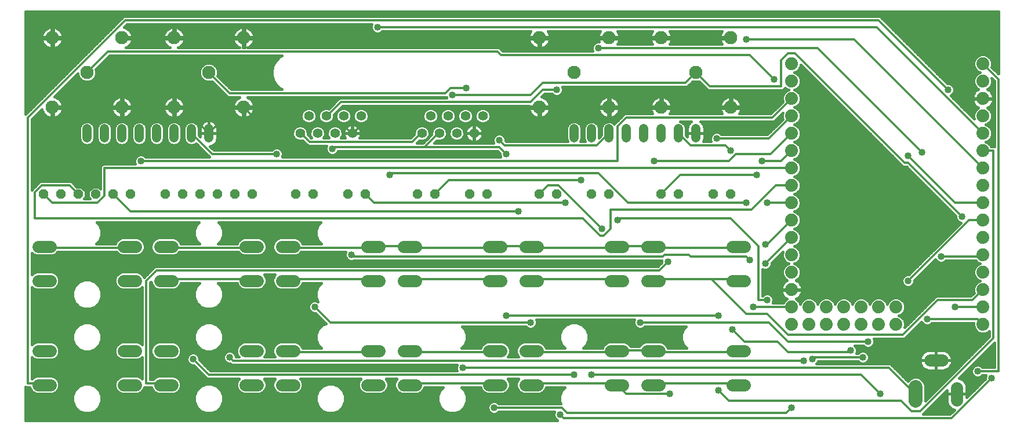
<source format=gbl>
G75*
%MOIN*%
%OFA0B0*%
%FSLAX24Y24*%
%IPPOS*%
%LPD*%
%AMOC8*
5,1,8,0,0,1.08239X$1,22.5*
%
%ADD10C,0.0705*%
%ADD11OC8,0.0520*%
%ADD12C,0.0765*%
%ADD13C,0.0554*%
%ADD14C,0.0520*%
%ADD15C,0.0740*%
%ADD16C,0.0700*%
%ADD17C,0.0800*%
%ADD18C,0.0160*%
%ADD19C,0.0140*%
%ADD20C,0.0400*%
%ADD21C,0.0396*%
D10*
X001368Y002700D02*
X002073Y002700D01*
X006288Y002700D02*
X006993Y002700D01*
X008368Y002700D02*
X009073Y002700D01*
X009073Y004660D02*
X008368Y004660D01*
X006993Y004660D02*
X006288Y004660D01*
X002073Y004660D02*
X001368Y004660D01*
X001368Y008700D02*
X002073Y008700D01*
X006288Y008700D02*
X006993Y008700D01*
X008368Y008700D02*
X009073Y008700D01*
X009073Y010660D02*
X008368Y010660D01*
X006993Y010660D02*
X006288Y010660D01*
X002073Y010660D02*
X001368Y010660D01*
X013288Y010660D02*
X013993Y010660D01*
X015368Y010660D02*
X016073Y010660D01*
X020288Y010660D02*
X020993Y010660D01*
X022368Y010660D02*
X023073Y010660D01*
X027288Y010660D02*
X027993Y010660D01*
X029368Y010660D02*
X030073Y010660D01*
X034288Y010660D02*
X034993Y010660D01*
X036368Y010660D02*
X037073Y010660D01*
X041288Y010660D02*
X041993Y010660D01*
X041993Y008700D02*
X041288Y008700D01*
X037073Y008700D02*
X036368Y008700D01*
X034993Y008700D02*
X034288Y008700D01*
X030073Y008700D02*
X029368Y008700D01*
X027993Y008700D02*
X027288Y008700D01*
X023073Y008700D02*
X022368Y008700D01*
X020993Y008700D02*
X020288Y008700D01*
X016073Y008700D02*
X015368Y008700D01*
X013993Y008700D02*
X013288Y008700D01*
X013288Y004660D02*
X013993Y004660D01*
X015368Y004660D02*
X016073Y004660D01*
X020288Y004660D02*
X020993Y004660D01*
X022368Y004660D02*
X023073Y004660D01*
X027288Y004660D02*
X027993Y004660D01*
X029368Y004660D02*
X030073Y004660D01*
X034288Y004660D02*
X034993Y004660D01*
X036368Y004660D02*
X037073Y004660D01*
X041288Y004660D02*
X041993Y004660D01*
X041993Y002700D02*
X041288Y002700D01*
X037073Y002700D02*
X036368Y002700D01*
X034993Y002700D02*
X034288Y002700D01*
X030073Y002700D02*
X029368Y002700D01*
X027993Y002700D02*
X027288Y002700D01*
X023073Y002700D02*
X022368Y002700D01*
X020993Y002700D02*
X020288Y002700D01*
X016073Y002700D02*
X015368Y002700D01*
X013993Y002700D02*
X013288Y002700D01*
D11*
X013680Y013680D03*
X012680Y013680D03*
X011680Y013680D03*
X010680Y013680D03*
X009680Y013680D03*
X008680Y013680D03*
X006680Y013680D03*
X005680Y013680D03*
X004680Y013680D03*
X003680Y013680D03*
X002680Y013680D03*
X001680Y013680D03*
X016180Y013680D03*
X017180Y013680D03*
X019180Y013680D03*
X020180Y013680D03*
X023180Y013680D03*
X024180Y013680D03*
X026180Y013680D03*
X027180Y013680D03*
X030180Y013680D03*
X031180Y013680D03*
X033180Y013680D03*
X034180Y013680D03*
X037180Y013680D03*
X038180Y013680D03*
X040180Y013680D03*
X041180Y013680D03*
D12*
X041180Y018680D03*
X037180Y018680D03*
X034180Y018680D03*
X030180Y018680D03*
X032180Y020680D03*
X030180Y022680D03*
X034180Y022680D03*
X037180Y022680D03*
X041180Y022680D03*
X039180Y020680D03*
X013180Y018680D03*
X009180Y018680D03*
X006180Y018680D03*
X002180Y018680D03*
X004180Y020680D03*
X002180Y022680D03*
X006180Y022680D03*
X009180Y022680D03*
X013180Y022680D03*
X011180Y020680D03*
D13*
X016930Y018180D03*
X017930Y018180D03*
X018930Y018180D03*
X019930Y018180D03*
X019430Y017180D03*
X018430Y017180D03*
X017430Y017180D03*
X016430Y017180D03*
X023430Y017180D03*
X024430Y017180D03*
X025430Y017180D03*
X026430Y017180D03*
X025930Y018180D03*
X026930Y018180D03*
X024930Y018180D03*
X023930Y018180D03*
D14*
X032180Y017440D02*
X032180Y016920D01*
X033180Y016920D02*
X033180Y017440D01*
X034180Y017440D02*
X034180Y016920D01*
X035180Y016920D02*
X035180Y017440D01*
X036180Y017440D02*
X036180Y016920D01*
X037180Y016920D02*
X037180Y017440D01*
X038180Y017440D02*
X038180Y016920D01*
X039180Y016920D02*
X039180Y017440D01*
X011180Y017440D02*
X011180Y016920D01*
X010180Y016920D02*
X010180Y017440D01*
X009180Y017440D02*
X009180Y016920D01*
X008180Y016920D02*
X008180Y017440D01*
X007180Y017440D02*
X007180Y016920D01*
X006180Y016920D02*
X006180Y017440D01*
X005180Y017440D02*
X005180Y016920D01*
X004180Y016920D02*
X004180Y017440D01*
D15*
X044680Y017180D03*
X044680Y016180D03*
X044680Y015180D03*
X044680Y014180D03*
X044680Y013180D03*
X044680Y012180D03*
X044680Y011180D03*
X044680Y010180D03*
X044680Y009180D03*
X044680Y008180D03*
X044680Y007180D03*
X045680Y007180D03*
X046680Y007180D03*
X047680Y007180D03*
X048680Y007180D03*
X049680Y007180D03*
X050680Y007180D03*
X050680Y006180D03*
X049680Y006180D03*
X048680Y006180D03*
X047680Y006180D03*
X046680Y006180D03*
X045680Y006180D03*
X044680Y006180D03*
X055680Y006180D03*
X055680Y007180D03*
X055680Y008180D03*
X055680Y009180D03*
X055680Y010180D03*
X055680Y011180D03*
X055680Y012180D03*
X055680Y013180D03*
X055680Y014180D03*
X055680Y015180D03*
X055680Y016180D03*
X055680Y017180D03*
X055680Y018180D03*
X055680Y019180D03*
X055680Y020180D03*
X055680Y021180D03*
X044680Y021180D03*
X044680Y020180D03*
X044680Y019180D03*
X044680Y018180D03*
D16*
X052629Y004109D02*
X053329Y004109D01*
X054180Y002530D02*
X054180Y001830D01*
D17*
X051818Y001780D02*
X051818Y002580D01*
D18*
X000660Y002575D02*
X000660Y000660D01*
X031212Y000660D01*
X031176Y000675D01*
X031075Y000776D01*
X031020Y000908D01*
X031020Y001052D01*
X031061Y001150D01*
X027859Y001150D01*
X027784Y001075D01*
X027652Y001020D01*
X027508Y001020D01*
X027376Y001075D01*
X027275Y001176D01*
X027220Y001308D01*
X027220Y001452D01*
X027275Y001584D01*
X027376Y001685D01*
X027508Y001740D01*
X027652Y001740D01*
X027784Y001685D01*
X027859Y001610D01*
X031400Y001610D01*
X031345Y001744D01*
X031345Y002076D01*
X031472Y002383D01*
X031639Y002550D01*
X030565Y002550D01*
X030507Y002410D01*
X030363Y002266D01*
X030174Y002188D01*
X029266Y002188D01*
X029077Y002266D01*
X028933Y002410D01*
X028855Y002598D01*
X028855Y002802D01*
X028933Y002990D01*
X028993Y003050D01*
X028367Y003050D01*
X028427Y002990D01*
X028505Y002802D01*
X028505Y002598D01*
X028427Y002410D01*
X028283Y002266D01*
X028094Y002188D01*
X027186Y002188D01*
X026997Y002266D01*
X026853Y002410D01*
X026795Y002550D01*
X025721Y002550D01*
X025888Y002383D01*
X026015Y002076D01*
X026015Y001744D01*
X025888Y001437D01*
X025653Y001202D01*
X025346Y001075D01*
X025014Y001075D01*
X024707Y001202D01*
X024472Y001437D01*
X024345Y001744D01*
X024345Y002076D01*
X024472Y002383D01*
X024639Y002550D01*
X023565Y002550D01*
X023507Y002410D01*
X023363Y002266D01*
X023174Y002188D01*
X022266Y002188D01*
X022077Y002266D01*
X021933Y002410D01*
X021855Y002598D01*
X021855Y002802D01*
X021933Y002990D01*
X021993Y003050D01*
X021367Y003050D01*
X021427Y002990D01*
X021505Y002802D01*
X021505Y002598D01*
X021427Y002410D01*
X021283Y002266D01*
X021094Y002188D01*
X020186Y002188D01*
X019997Y002266D01*
X019853Y002410D01*
X019775Y002598D01*
X019775Y002802D01*
X019853Y002990D01*
X019913Y003050D01*
X016447Y003050D01*
X016507Y002990D01*
X016585Y002802D01*
X016585Y002598D01*
X016507Y002410D01*
X016363Y002266D01*
X016174Y002188D01*
X015266Y002188D01*
X015077Y002266D01*
X014933Y002410D01*
X014855Y002598D01*
X014855Y002802D01*
X014933Y002990D01*
X014993Y003050D01*
X014367Y003050D01*
X014427Y002990D01*
X014505Y002802D01*
X014505Y002598D01*
X014427Y002410D01*
X014283Y002266D01*
X014094Y002188D01*
X013186Y002188D01*
X012997Y002266D01*
X012853Y002410D01*
X012775Y002598D01*
X012775Y002802D01*
X012853Y002990D01*
X012913Y003050D01*
X011085Y003050D01*
X010950Y003185D01*
X010315Y003820D01*
X010208Y003820D01*
X010076Y003875D01*
X009975Y003976D01*
X009920Y004108D01*
X009920Y004252D01*
X009975Y004384D01*
X010076Y004485D01*
X010208Y004540D01*
X010352Y004540D01*
X010484Y004485D01*
X010585Y004384D01*
X010640Y004252D01*
X010640Y004145D01*
X011275Y003510D01*
X025461Y003510D01*
X025420Y003608D01*
X025420Y003752D01*
X025461Y003850D01*
X012485Y003850D01*
X012415Y003920D01*
X012308Y003920D01*
X012176Y003975D01*
X012075Y004076D01*
X012020Y004208D01*
X012020Y004352D01*
X012075Y004484D01*
X012176Y004585D01*
X012308Y004640D01*
X012452Y004640D01*
X012584Y004585D01*
X012685Y004484D01*
X012740Y004352D01*
X012740Y004310D01*
X012913Y004310D01*
X012853Y004370D01*
X012775Y004558D01*
X012775Y004762D01*
X012853Y004950D01*
X012997Y005094D01*
X013186Y005172D01*
X014094Y005172D01*
X014283Y005094D01*
X014427Y004950D01*
X014505Y004762D01*
X014505Y004558D01*
X014427Y004370D01*
X014367Y004310D01*
X014993Y004310D01*
X014933Y004370D01*
X014855Y004558D01*
X014855Y004762D01*
X014933Y004950D01*
X015077Y005094D01*
X015266Y005172D01*
X016174Y005172D01*
X016363Y005094D01*
X016507Y004950D01*
X016565Y004810D01*
X017639Y004810D01*
X017472Y004977D01*
X017345Y005284D01*
X017345Y005616D01*
X017472Y005923D01*
X017707Y006158D01*
X017898Y006237D01*
X017315Y006820D01*
X017208Y006820D01*
X017076Y006875D01*
X016975Y006976D01*
X016920Y007108D01*
X016920Y007252D01*
X016975Y007384D01*
X017076Y007485D01*
X017208Y007540D01*
X017352Y007540D01*
X017446Y007501D01*
X017345Y007744D01*
X017345Y008076D01*
X017472Y008383D01*
X017639Y008550D01*
X016565Y008550D01*
X016507Y008410D01*
X016363Y008266D01*
X016174Y008188D01*
X015266Y008188D01*
X015077Y008266D01*
X014933Y008410D01*
X014855Y008598D01*
X014855Y008802D01*
X014933Y008990D01*
X014993Y009050D01*
X014367Y009050D01*
X014427Y008990D01*
X014505Y008802D01*
X014505Y008598D01*
X014427Y008410D01*
X014283Y008266D01*
X014094Y008188D01*
X013186Y008188D01*
X012997Y008266D01*
X012853Y008410D01*
X012795Y008550D01*
X011721Y008550D01*
X011888Y008383D01*
X012015Y008076D01*
X012015Y007744D01*
X011888Y007437D01*
X011653Y007202D01*
X011346Y007075D01*
X011014Y007075D01*
X010707Y007202D01*
X010472Y007437D01*
X010345Y007744D01*
X010345Y008076D01*
X010472Y008383D01*
X010639Y008550D01*
X009565Y008550D01*
X009507Y008410D01*
X009363Y008266D01*
X009174Y008188D01*
X008266Y008188D01*
X008077Y008266D01*
X007933Y008410D01*
X007855Y008598D01*
X007855Y008630D01*
X007810Y008585D01*
X007810Y003010D01*
X007953Y003010D01*
X008077Y003134D01*
X008266Y003212D01*
X009174Y003212D01*
X009363Y003134D01*
X009507Y002990D01*
X009585Y002802D01*
X009585Y002598D01*
X009507Y002410D01*
X009363Y002266D01*
X009174Y002188D01*
X008266Y002188D01*
X008077Y002266D01*
X007933Y002410D01*
X007875Y002550D01*
X007485Y002550D01*
X007427Y002410D01*
X007283Y002266D01*
X007094Y002188D01*
X006186Y002188D01*
X005997Y002266D01*
X005853Y002410D01*
X005775Y002598D01*
X005775Y002802D01*
X005853Y002990D01*
X005997Y003134D01*
X006186Y003212D01*
X007094Y003212D01*
X007283Y003134D01*
X007350Y003067D01*
X007350Y004293D01*
X007283Y004226D01*
X007094Y004148D01*
X006186Y004148D01*
X005997Y004226D01*
X005853Y004370D01*
X005775Y004558D01*
X005775Y004762D01*
X005853Y004950D01*
X005997Y005094D01*
X006186Y005172D01*
X007094Y005172D01*
X007283Y005094D01*
X007350Y005027D01*
X007350Y008333D01*
X007283Y008266D01*
X007094Y008188D01*
X006186Y008188D01*
X005997Y008266D01*
X005853Y008410D01*
X005775Y008598D01*
X005775Y008802D01*
X005853Y008990D01*
X005997Y009134D01*
X006186Y009212D01*
X007094Y009212D01*
X007283Y009134D01*
X007427Y008990D01*
X007467Y008893D01*
X007485Y008910D01*
X008085Y009510D01*
X036985Y009510D01*
X037220Y009745D01*
X037220Y009850D01*
X019524Y009850D01*
X019452Y009820D01*
X019308Y009820D01*
X019176Y009875D01*
X019075Y009976D01*
X019020Y010108D01*
X019020Y010252D01*
X019061Y010350D01*
X016487Y010350D01*
X016363Y010226D01*
X016174Y010148D01*
X015266Y010148D01*
X015077Y010226D01*
X014933Y010370D01*
X014855Y010558D01*
X014855Y010762D01*
X014933Y010950D01*
X015077Y011094D01*
X015266Y011172D01*
X016174Y011172D01*
X016363Y011094D01*
X016507Y010950D01*
X016565Y010810D01*
X017639Y010810D01*
X017472Y010977D01*
X017345Y011284D01*
X017345Y011616D01*
X017472Y011923D01*
X017599Y012050D01*
X011761Y012050D01*
X011888Y011923D01*
X012015Y011616D01*
X012015Y011284D01*
X011888Y010977D01*
X011721Y010810D01*
X012795Y010810D01*
X012853Y010950D01*
X012997Y011094D01*
X013186Y011172D01*
X014094Y011172D01*
X014283Y011094D01*
X014427Y010950D01*
X014505Y010762D01*
X014505Y010558D01*
X014427Y010370D01*
X014283Y010226D01*
X014094Y010148D01*
X013186Y010148D01*
X012997Y010226D01*
X012873Y010350D01*
X009487Y010350D01*
X009363Y010226D01*
X009174Y010148D01*
X008266Y010148D01*
X008077Y010226D01*
X007933Y010370D01*
X007855Y010558D01*
X007855Y010762D01*
X007933Y010950D01*
X008077Y011094D01*
X008266Y011172D01*
X009174Y011172D01*
X009363Y011094D01*
X009507Y010950D01*
X009565Y010810D01*
X010639Y010810D01*
X010472Y010977D01*
X010345Y011284D01*
X010345Y011616D01*
X010472Y011923D01*
X010599Y012050D01*
X004761Y012050D01*
X004888Y011923D01*
X005015Y011616D01*
X005015Y011284D01*
X004888Y010977D01*
X004721Y010810D01*
X005795Y010810D01*
X005853Y010950D01*
X005997Y011094D01*
X006186Y011172D01*
X007094Y011172D01*
X007283Y011094D01*
X007427Y010950D01*
X007505Y010762D01*
X007505Y010558D01*
X007427Y010370D01*
X007283Y010226D01*
X007094Y010148D01*
X006186Y010148D01*
X005997Y010226D01*
X005873Y010350D01*
X002487Y010350D01*
X002363Y010226D01*
X002174Y010148D01*
X001266Y010148D01*
X001077Y010226D01*
X001010Y010293D01*
X001010Y009067D01*
X001077Y009134D01*
X001266Y009212D01*
X002174Y009212D01*
X002363Y009134D01*
X002507Y008990D01*
X002585Y008802D01*
X002585Y008598D01*
X002507Y008410D01*
X002363Y008266D01*
X002174Y008188D01*
X001266Y008188D01*
X001077Y008266D01*
X001010Y008333D01*
X001010Y005027D01*
X001077Y005094D01*
X001266Y005172D01*
X002174Y005172D01*
X002363Y005094D01*
X002507Y004950D01*
X002585Y004762D01*
X002585Y004558D01*
X002507Y004370D01*
X002363Y004226D01*
X002174Y004148D01*
X001266Y004148D01*
X001077Y004226D01*
X001010Y004293D01*
X001010Y003067D01*
X001077Y003134D01*
X001266Y003212D01*
X002174Y003212D01*
X002363Y003134D01*
X002507Y002990D01*
X002585Y002802D01*
X002585Y002598D01*
X002507Y002410D01*
X002363Y002266D01*
X002174Y002188D01*
X001266Y002188D01*
X001077Y002266D01*
X000933Y002410D01*
X000875Y002550D01*
X000685Y002550D01*
X000660Y002575D01*
X000660Y002558D02*
X000677Y002558D01*
X000660Y002399D02*
X000944Y002399D01*
X001138Y002241D02*
X000660Y002241D01*
X000660Y002082D02*
X003347Y002082D01*
X003345Y002076D02*
X003345Y001744D01*
X003472Y001437D01*
X003707Y001202D01*
X004014Y001075D01*
X004346Y001075D01*
X004653Y001202D01*
X004888Y001437D01*
X005015Y001744D01*
X005015Y002076D01*
X004888Y002383D01*
X004653Y002618D01*
X004346Y002745D01*
X004014Y002745D01*
X003707Y002618D01*
X003472Y002383D01*
X003345Y002076D01*
X003345Y001924D02*
X000660Y001924D01*
X000660Y001765D02*
X003345Y001765D01*
X003402Y001607D02*
X000660Y001607D01*
X000660Y001448D02*
X003468Y001448D01*
X003620Y001290D02*
X000660Y001290D01*
X000660Y001131D02*
X003879Y001131D01*
X004481Y001131D02*
X010879Y001131D01*
X011014Y001075D02*
X010707Y001202D01*
X010472Y001437D01*
X010345Y001744D01*
X010345Y002076D01*
X010472Y002383D01*
X010707Y002618D01*
X011014Y002745D01*
X011346Y002745D01*
X011653Y002618D01*
X011888Y002383D01*
X012015Y002076D01*
X012015Y001744D01*
X011888Y001437D01*
X011653Y001202D01*
X011346Y001075D01*
X011014Y001075D01*
X010620Y001290D02*
X004740Y001290D01*
X004892Y001448D02*
X010468Y001448D01*
X010402Y001607D02*
X004958Y001607D01*
X005015Y001765D02*
X010345Y001765D01*
X010345Y001924D02*
X005015Y001924D01*
X005013Y002082D02*
X010347Y002082D01*
X010413Y002241D02*
X009302Y002241D01*
X009496Y002399D02*
X010488Y002399D01*
X010647Y002558D02*
X009568Y002558D01*
X009585Y002716D02*
X010944Y002716D01*
X011416Y002716D02*
X012775Y002716D01*
X012792Y002558D02*
X011713Y002558D01*
X011872Y002399D02*
X012864Y002399D01*
X013058Y002241D02*
X011947Y002241D01*
X012013Y002082D02*
X017347Y002082D01*
X017345Y002076D02*
X017345Y001744D01*
X017472Y001437D01*
X017707Y001202D01*
X018014Y001075D01*
X018346Y001075D01*
X018653Y001202D01*
X018888Y001437D01*
X019015Y001744D01*
X019015Y002076D01*
X018888Y002383D01*
X018653Y002618D01*
X018346Y002745D01*
X018014Y002745D01*
X017707Y002618D01*
X017472Y002383D01*
X017345Y002076D01*
X017345Y001924D02*
X012015Y001924D01*
X012015Y001765D02*
X017345Y001765D01*
X017402Y001607D02*
X011958Y001607D01*
X011892Y001448D02*
X017468Y001448D01*
X017620Y001290D02*
X011740Y001290D01*
X011481Y001131D02*
X017879Y001131D01*
X018481Y001131D02*
X024879Y001131D01*
X024620Y001290D02*
X018740Y001290D01*
X018892Y001448D02*
X024468Y001448D01*
X024402Y001607D02*
X018958Y001607D01*
X019015Y001765D02*
X024345Y001765D01*
X024345Y001924D02*
X019015Y001924D01*
X019013Y002082D02*
X024347Y002082D01*
X024413Y002241D02*
X023302Y002241D01*
X023496Y002399D02*
X024488Y002399D01*
X025872Y002399D02*
X026864Y002399D01*
X027058Y002241D02*
X025947Y002241D01*
X026013Y002082D02*
X031347Y002082D01*
X031345Y001924D02*
X026015Y001924D01*
X026015Y001765D02*
X031345Y001765D01*
X031413Y002241D02*
X030302Y002241D01*
X030496Y002399D02*
X031488Y002399D01*
X029138Y002241D02*
X028222Y002241D01*
X028416Y002399D02*
X028944Y002399D01*
X028872Y002558D02*
X028488Y002558D01*
X028505Y002716D02*
X028855Y002716D01*
X028885Y002875D02*
X028475Y002875D01*
X028384Y003033D02*
X028976Y003033D01*
X028993Y004310D02*
X028367Y004310D01*
X028427Y004370D01*
X028505Y004558D01*
X028505Y004762D01*
X028427Y004950D01*
X028283Y005094D01*
X028094Y005172D01*
X027186Y005172D01*
X026997Y005094D01*
X026853Y004950D01*
X026795Y004810D01*
X025721Y004810D01*
X025888Y004977D01*
X026015Y005284D01*
X026015Y005616D01*
X025888Y005923D01*
X025761Y006050D01*
X029401Y006050D01*
X029476Y005975D01*
X029608Y005920D01*
X029752Y005920D01*
X029884Y005975D01*
X029985Y006076D01*
X030040Y006208D01*
X030040Y006352D01*
X029999Y006450D01*
X035661Y006450D01*
X035620Y006352D01*
X035620Y006208D01*
X035675Y006076D01*
X035776Y005975D01*
X035908Y005920D01*
X036052Y005920D01*
X036184Y005975D01*
X036259Y006050D01*
X038599Y006050D01*
X038472Y005923D01*
X038345Y005616D01*
X038345Y005284D01*
X038472Y004977D01*
X038639Y004810D01*
X037565Y004810D01*
X037507Y004950D01*
X037363Y005094D01*
X037174Y005172D01*
X036266Y005172D01*
X036077Y005094D01*
X035933Y004950D01*
X035916Y004910D01*
X035444Y004910D01*
X035427Y004950D01*
X035283Y005094D01*
X035094Y005172D01*
X034186Y005172D01*
X033997Y005094D01*
X033853Y004950D01*
X033795Y004810D01*
X032721Y004810D01*
X032888Y004977D01*
X033015Y005284D01*
X033015Y005616D01*
X032888Y005923D01*
X032653Y006158D01*
X032346Y006285D01*
X032014Y006285D01*
X031707Y006158D01*
X031472Y005923D01*
X031345Y005616D01*
X031345Y005284D01*
X031472Y004977D01*
X031639Y004810D01*
X030565Y004810D01*
X030507Y004950D01*
X030363Y005094D01*
X030174Y005172D01*
X029266Y005172D01*
X029077Y005094D01*
X028933Y004950D01*
X028855Y004762D01*
X028855Y004558D01*
X028933Y004370D01*
X028993Y004310D01*
X028896Y004460D02*
X028464Y004460D01*
X028505Y004618D02*
X028855Y004618D01*
X028861Y004777D02*
X028499Y004777D01*
X028433Y004935D02*
X028927Y004935D01*
X029076Y005094D02*
X028284Y005094D01*
X026996Y005094D02*
X025936Y005094D01*
X026002Y005252D02*
X031358Y005252D01*
X031345Y005411D02*
X026015Y005411D01*
X026015Y005569D02*
X031345Y005569D01*
X031391Y005728D02*
X025969Y005728D01*
X025903Y005886D02*
X031457Y005886D01*
X031594Y006045D02*
X029954Y006045D01*
X030038Y006203D02*
X031816Y006203D01*
X032544Y006203D02*
X035622Y006203D01*
X035624Y006362D02*
X030036Y006362D01*
X029406Y006045D02*
X025766Y006045D01*
X025846Y004935D02*
X026847Y004935D01*
X025451Y003826D02*
X010960Y003826D01*
X010801Y003984D02*
X012167Y003984D01*
X012047Y004143D02*
X010643Y004143D01*
X010620Y004301D02*
X012020Y004301D01*
X012065Y004460D02*
X010510Y004460D01*
X010707Y004742D02*
X011014Y004615D01*
X011346Y004615D01*
X011653Y004742D01*
X011888Y004977D01*
X012015Y005284D01*
X012015Y005616D01*
X011888Y005923D01*
X011653Y006158D01*
X011346Y006285D01*
X011014Y006285D01*
X010707Y006158D01*
X010472Y005923D01*
X010345Y005616D01*
X010345Y005284D01*
X010472Y004977D01*
X010707Y004742D01*
X010673Y004777D02*
X009579Y004777D01*
X009585Y004762D02*
X009507Y004950D01*
X009363Y005094D01*
X009174Y005172D01*
X008266Y005172D01*
X008077Y005094D01*
X007933Y004950D01*
X007855Y004762D01*
X007855Y004558D01*
X007933Y004370D01*
X008077Y004226D01*
X008266Y004148D01*
X009174Y004148D01*
X009363Y004226D01*
X009507Y004370D01*
X009585Y004558D01*
X009585Y004762D01*
X009585Y004618D02*
X011007Y004618D01*
X011353Y004618D02*
X012255Y004618D01*
X012505Y004618D02*
X012775Y004618D01*
X012781Y004777D02*
X011687Y004777D01*
X011846Y004935D02*
X012847Y004935D01*
X012996Y005094D02*
X011936Y005094D01*
X012002Y005252D02*
X017358Y005252D01*
X017345Y005411D02*
X012015Y005411D01*
X012015Y005569D02*
X017345Y005569D01*
X017391Y005728D02*
X011969Y005728D01*
X011903Y005886D02*
X017457Y005886D01*
X017594Y006045D02*
X011766Y006045D01*
X011544Y006203D02*
X017816Y006203D01*
X017773Y006362D02*
X007810Y006362D01*
X007810Y006520D02*
X017615Y006520D01*
X017456Y006679D02*
X007810Y006679D01*
X007810Y006837D02*
X017167Y006837D01*
X016967Y006996D02*
X007810Y006996D01*
X007810Y007154D02*
X010823Y007154D01*
X010597Y007313D02*
X007810Y007313D01*
X007810Y007471D02*
X010458Y007471D01*
X010392Y007630D02*
X007810Y007630D01*
X007810Y007788D02*
X010345Y007788D01*
X010345Y007947D02*
X007810Y007947D01*
X007810Y008105D02*
X010357Y008105D01*
X010423Y008264D02*
X009358Y008264D01*
X009512Y008422D02*
X010511Y008422D01*
X011849Y008422D02*
X012848Y008422D01*
X013002Y008264D02*
X011937Y008264D01*
X012003Y008105D02*
X017357Y008105D01*
X017345Y007947D02*
X012015Y007947D01*
X012015Y007788D02*
X017345Y007788D01*
X017392Y007630D02*
X011968Y007630D01*
X011902Y007471D02*
X017062Y007471D01*
X016945Y007313D02*
X011763Y007313D01*
X011537Y007154D02*
X016920Y007154D01*
X017423Y008264D02*
X016358Y008264D01*
X016512Y008422D02*
X017511Y008422D01*
X015082Y008264D02*
X014278Y008264D01*
X014432Y008422D02*
X014928Y008422D01*
X014862Y008581D02*
X014498Y008581D01*
X014505Y008739D02*
X014855Y008739D01*
X014895Y008898D02*
X014465Y008898D01*
X014138Y010166D02*
X015222Y010166D01*
X014979Y010324D02*
X014381Y010324D01*
X014474Y010483D02*
X014886Y010483D01*
X014855Y010641D02*
X014505Y010641D01*
X014489Y010800D02*
X014871Y010800D01*
X014941Y010958D02*
X014419Y010958D01*
X014230Y011117D02*
X015130Y011117D01*
X016310Y011117D02*
X017414Y011117D01*
X017349Y011275D02*
X012011Y011275D01*
X012015Y011434D02*
X017345Y011434D01*
X017345Y011592D02*
X012015Y011592D01*
X011959Y011751D02*
X017401Y011751D01*
X017466Y011909D02*
X011894Y011909D01*
X010466Y011909D02*
X004894Y011909D01*
X004959Y011751D02*
X010401Y011751D01*
X010345Y011592D02*
X005015Y011592D01*
X005015Y011434D02*
X010345Y011434D01*
X010349Y011275D02*
X005011Y011275D01*
X004946Y011117D02*
X006050Y011117D01*
X005861Y010958D02*
X004869Y010958D01*
X005899Y010324D02*
X002461Y010324D01*
X002218Y010166D02*
X006142Y010166D01*
X007138Y010166D02*
X008222Y010166D01*
X007979Y010324D02*
X007381Y010324D01*
X007474Y010483D02*
X007886Y010483D01*
X007855Y010641D02*
X007505Y010641D01*
X007489Y010800D02*
X007871Y010800D01*
X007941Y010958D02*
X007419Y010958D01*
X007230Y011117D02*
X008130Y011117D01*
X009310Y011117D02*
X010414Y011117D01*
X010491Y010958D02*
X009499Y010958D01*
X009461Y010324D02*
X012899Y010324D01*
X013142Y010166D02*
X009218Y010166D01*
X007948Y009373D02*
X001010Y009373D01*
X001010Y009215D02*
X007789Y009215D01*
X007631Y009056D02*
X007361Y009056D01*
X007465Y008898D02*
X007472Y008898D01*
X007810Y008581D02*
X007862Y008581D01*
X007810Y008422D02*
X007928Y008422D01*
X007810Y008264D02*
X008082Y008264D01*
X007350Y008264D02*
X007278Y008264D01*
X007350Y008105D02*
X005003Y008105D01*
X005015Y008076D02*
X004888Y008383D01*
X004653Y008618D01*
X004346Y008745D01*
X004014Y008745D01*
X003707Y008618D01*
X003472Y008383D01*
X003345Y008076D01*
X003345Y007744D01*
X003472Y007437D01*
X003707Y007202D01*
X004014Y007075D01*
X004346Y007075D01*
X004653Y007202D01*
X004888Y007437D01*
X005015Y007744D01*
X005015Y008076D01*
X005015Y007947D02*
X007350Y007947D01*
X007350Y007788D02*
X005015Y007788D01*
X004968Y007630D02*
X007350Y007630D01*
X007350Y007471D02*
X004902Y007471D01*
X004763Y007313D02*
X007350Y007313D01*
X007350Y007154D02*
X004537Y007154D01*
X003823Y007154D02*
X001010Y007154D01*
X001010Y006996D02*
X007350Y006996D01*
X007350Y006837D02*
X001010Y006837D01*
X001010Y006679D02*
X007350Y006679D01*
X007350Y006520D02*
X001010Y006520D01*
X001010Y006362D02*
X007350Y006362D01*
X007350Y006203D02*
X004544Y006203D01*
X004653Y006158D02*
X004346Y006285D01*
X004014Y006285D01*
X003707Y006158D01*
X003472Y005923D01*
X003345Y005616D01*
X003345Y005284D01*
X003472Y004977D01*
X003707Y004742D01*
X004014Y004615D01*
X004346Y004615D01*
X004653Y004742D01*
X004888Y004977D01*
X005015Y005284D01*
X005015Y005616D01*
X004888Y005923D01*
X004653Y006158D01*
X004766Y006045D02*
X007350Y006045D01*
X007350Y005886D02*
X004903Y005886D01*
X004969Y005728D02*
X007350Y005728D01*
X007350Y005569D02*
X005015Y005569D01*
X005015Y005411D02*
X007350Y005411D01*
X007350Y005252D02*
X005002Y005252D01*
X004936Y005094D02*
X005996Y005094D01*
X005847Y004935D02*
X004846Y004935D01*
X004687Y004777D02*
X005781Y004777D01*
X005775Y004618D02*
X004353Y004618D01*
X004007Y004618D02*
X002585Y004618D01*
X002579Y004777D02*
X003673Y004777D01*
X003514Y004935D02*
X002513Y004935D01*
X002364Y005094D02*
X003424Y005094D01*
X003358Y005252D02*
X001010Y005252D01*
X001010Y005094D02*
X001076Y005094D01*
X001010Y005411D02*
X003345Y005411D01*
X003345Y005569D02*
X001010Y005569D01*
X001010Y005728D02*
X003391Y005728D01*
X003457Y005886D02*
X001010Y005886D01*
X001010Y006045D02*
X003594Y006045D01*
X003816Y006203D02*
X001010Y006203D01*
X001010Y007313D02*
X003597Y007313D01*
X003458Y007471D02*
X001010Y007471D01*
X001010Y007630D02*
X003392Y007630D01*
X003345Y007788D02*
X001010Y007788D01*
X001010Y007947D02*
X003345Y007947D01*
X003357Y008105D02*
X001010Y008105D01*
X001010Y008264D02*
X001082Y008264D01*
X002358Y008264D02*
X003423Y008264D01*
X003511Y008422D02*
X002512Y008422D01*
X002578Y008581D02*
X003670Y008581D01*
X003999Y008739D02*
X002585Y008739D01*
X002545Y008898D02*
X005815Y008898D01*
X005775Y008739D02*
X004361Y008739D01*
X004690Y008581D02*
X005782Y008581D01*
X005848Y008422D02*
X004849Y008422D01*
X004937Y008264D02*
X006002Y008264D01*
X005919Y009056D02*
X002441Y009056D01*
X001010Y009532D02*
X037006Y009532D01*
X037165Y009690D02*
X001010Y009690D01*
X001010Y009849D02*
X019240Y009849D01*
X019062Y010007D02*
X001010Y010007D01*
X001010Y010166D02*
X001222Y010166D01*
X004004Y013410D02*
X004100Y013506D01*
X004100Y013854D01*
X003854Y014100D01*
X003585Y014100D01*
X003410Y014275D01*
X003275Y014410D01*
X001485Y014410D01*
X001085Y014010D01*
X001010Y013935D01*
X001010Y017985D01*
X001580Y018554D01*
X001583Y018537D01*
X001612Y018445D01*
X001656Y018359D01*
X001713Y018281D01*
X001781Y018213D01*
X001859Y018156D01*
X001945Y018112D01*
X002037Y018083D01*
X002132Y018068D01*
X002132Y018067D01*
X002132Y018632D01*
X002228Y018632D01*
X002228Y018728D01*
X002792Y018728D01*
X002777Y018823D01*
X002748Y018915D01*
X002704Y019001D01*
X002647Y019079D01*
X002579Y019147D01*
X002501Y019204D01*
X002415Y019248D01*
X002323Y019277D01*
X002306Y019280D01*
X003638Y020612D01*
X003638Y020572D01*
X003720Y020373D01*
X003873Y020220D01*
X004072Y020138D01*
X004288Y020138D01*
X004487Y020220D01*
X004640Y020373D01*
X004722Y020572D01*
X004722Y020788D01*
X004690Y020865D01*
X005475Y021650D01*
X015370Y021650D01*
X015242Y021576D01*
X015034Y021368D01*
X014886Y021112D01*
X014810Y020827D01*
X014810Y020533D01*
X014886Y020248D01*
X015034Y019992D01*
X015242Y019784D01*
X015370Y019710D01*
X012475Y019710D01*
X011690Y020495D01*
X011722Y020572D01*
X011722Y020788D01*
X011640Y020987D01*
X011487Y021140D01*
X011288Y021222D01*
X011072Y021222D01*
X010873Y021140D01*
X010720Y020987D01*
X010638Y020788D01*
X010638Y020572D01*
X010720Y020373D01*
X010873Y020220D01*
X011072Y020138D01*
X011288Y020138D01*
X011365Y020170D01*
X012150Y019385D01*
X012285Y019250D01*
X012952Y019250D01*
X012945Y019248D01*
X012859Y019204D01*
X012781Y019147D01*
X012713Y019079D01*
X012656Y019001D01*
X012612Y018915D01*
X012583Y018823D01*
X012568Y018728D01*
X012568Y018728D01*
X013132Y018728D01*
X013132Y018632D01*
X013228Y018632D01*
X013228Y018728D01*
X013792Y018728D01*
X013777Y018823D01*
X013748Y018915D01*
X013704Y019001D01*
X013647Y019079D01*
X013579Y019147D01*
X013501Y019204D01*
X013415Y019248D01*
X013408Y019250D01*
X024844Y019250D01*
X024861Y019210D01*
X018685Y019210D01*
X018070Y018595D01*
X018017Y018617D01*
X017843Y018617D01*
X017682Y018551D01*
X017559Y018428D01*
X017493Y018267D01*
X017493Y018093D01*
X017559Y017932D01*
X017682Y017809D01*
X017843Y017743D01*
X018017Y017743D01*
X018178Y017809D01*
X018301Y017932D01*
X018367Y018093D01*
X018367Y018242D01*
X018875Y018750D01*
X029571Y018750D01*
X029568Y018728D01*
X029568Y018728D01*
X030132Y018728D01*
X030132Y018632D01*
X030228Y018632D01*
X030228Y018728D01*
X030792Y018728D01*
X030777Y018823D01*
X030748Y018915D01*
X030704Y019001D01*
X030647Y019079D01*
X030579Y019147D01*
X030501Y019204D01*
X030415Y019248D01*
X030323Y019277D01*
X030306Y019280D01*
X030475Y019450D01*
X030901Y019450D01*
X030976Y019375D01*
X031108Y019320D01*
X031252Y019320D01*
X031384Y019375D01*
X031485Y019476D01*
X031540Y019608D01*
X031540Y019752D01*
X031499Y019850D01*
X038675Y019850D01*
X038995Y020170D01*
X039072Y020138D01*
X039288Y020138D01*
X039365Y020170D01*
X039885Y019650D01*
X044175Y019650D01*
X044310Y019785D01*
X044310Y019800D01*
X044380Y019731D01*
X044502Y019680D01*
X044380Y019629D01*
X044231Y019480D01*
X044150Y019285D01*
X044150Y019075D01*
X044179Y019004D01*
X043485Y018310D01*
X041668Y018310D01*
X041704Y018359D01*
X041748Y018445D01*
X041777Y018537D01*
X041792Y018632D01*
X041792Y018632D01*
X041228Y018632D01*
X041228Y018728D01*
X041132Y018728D01*
X041132Y019292D01*
X041037Y019277D01*
X040945Y019248D01*
X040859Y019204D01*
X040781Y019147D01*
X040713Y019079D01*
X040656Y019001D01*
X040612Y018915D01*
X040583Y018823D01*
X040568Y018728D01*
X040568Y018728D01*
X041132Y018728D01*
X041132Y018632D01*
X040568Y018632D01*
X040583Y018537D01*
X040612Y018445D01*
X040656Y018359D01*
X040692Y018310D01*
X037668Y018310D01*
X037704Y018359D01*
X037748Y018445D01*
X037777Y018537D01*
X037792Y018632D01*
X037792Y018632D01*
X037228Y018632D01*
X037228Y018728D01*
X037132Y018728D01*
X037132Y019292D01*
X037037Y019277D01*
X036945Y019248D01*
X036859Y019204D01*
X036781Y019147D01*
X036713Y019079D01*
X036656Y019001D01*
X036612Y018915D01*
X036583Y018823D01*
X036568Y018728D01*
X036568Y018728D01*
X037132Y018728D01*
X037132Y018632D01*
X036568Y018632D01*
X036583Y018537D01*
X036612Y018445D01*
X036656Y018359D01*
X036692Y018310D01*
X035085Y018310D01*
X034585Y017810D01*
X034494Y017720D01*
X034418Y017796D01*
X034264Y017860D01*
X034096Y017860D01*
X033942Y017796D01*
X033824Y017678D01*
X033760Y017524D01*
X033760Y017085D01*
X033600Y016925D01*
X033600Y017524D01*
X033536Y017678D01*
X033418Y017796D01*
X033264Y017860D01*
X033096Y017860D01*
X032942Y017796D01*
X032824Y017678D01*
X032760Y017524D01*
X032760Y016836D01*
X032812Y016710D01*
X032548Y016710D01*
X032600Y016836D01*
X032600Y017524D01*
X032536Y017678D01*
X032418Y017796D01*
X032264Y017860D01*
X032096Y017860D01*
X031942Y017796D01*
X031824Y017678D01*
X031760Y017524D01*
X031760Y016836D01*
X031812Y016710D01*
X028275Y016710D01*
X028240Y016745D01*
X028240Y016852D01*
X028185Y016984D01*
X028084Y017085D01*
X027952Y017140D01*
X027808Y017140D01*
X027676Y017085D01*
X027575Y016984D01*
X027520Y016852D01*
X027520Y016708D01*
X027561Y016610D01*
X024135Y016610D01*
X024290Y016765D01*
X024343Y016743D01*
X024517Y016743D01*
X024678Y016809D01*
X024801Y016932D01*
X024867Y017093D01*
X024867Y017267D01*
X024801Y017428D01*
X024678Y017551D01*
X024517Y017617D01*
X024343Y017617D01*
X024182Y017551D01*
X024059Y017428D01*
X023993Y017267D01*
X023993Y017118D01*
X023485Y016610D01*
X023135Y016610D01*
X023290Y016765D01*
X023343Y016743D01*
X023517Y016743D01*
X023678Y016809D01*
X023801Y016932D01*
X023867Y017093D01*
X023867Y017267D01*
X023801Y017428D01*
X023678Y017551D01*
X023517Y017617D01*
X023343Y017617D01*
X023182Y017551D01*
X023059Y017428D01*
X022993Y017267D01*
X022993Y017118D01*
X022785Y016910D01*
X019861Y016910D01*
X019864Y016914D01*
X019900Y016985D01*
X019925Y017061D01*
X019937Y017140D01*
X019937Y017171D01*
X019439Y017171D01*
X019439Y017189D01*
X019937Y017189D01*
X019937Y017220D01*
X019925Y017299D01*
X019900Y017375D01*
X019864Y017446D01*
X019817Y017510D01*
X019760Y017567D01*
X019696Y017614D01*
X019625Y017650D01*
X019549Y017675D01*
X019470Y017687D01*
X019439Y017687D01*
X019439Y017189D01*
X019421Y017189D01*
X019421Y017687D01*
X019390Y017687D01*
X019311Y017675D01*
X019235Y017650D01*
X019164Y017614D01*
X019100Y017567D01*
X019043Y017510D01*
X018996Y017446D01*
X018960Y017375D01*
X018935Y017299D01*
X018923Y017220D01*
X018923Y017189D01*
X019421Y017189D01*
X019421Y017171D01*
X018923Y017171D01*
X018923Y017140D01*
X018935Y017061D01*
X018960Y016985D01*
X018996Y016914D01*
X018999Y016910D01*
X018778Y016910D01*
X018801Y016932D01*
X018867Y017093D01*
X018867Y017267D01*
X018801Y017428D01*
X018678Y017551D01*
X018517Y017617D01*
X018343Y017617D01*
X018182Y017551D01*
X018059Y017428D01*
X017993Y017267D01*
X017993Y017093D01*
X018059Y016932D01*
X018082Y016910D01*
X017778Y016910D01*
X017801Y016932D01*
X017867Y017093D01*
X017867Y017267D01*
X017801Y017428D01*
X017678Y017551D01*
X017517Y017617D01*
X017343Y017617D01*
X017182Y017551D01*
X017059Y017428D01*
X016993Y017267D01*
X016993Y017093D01*
X017059Y016932D01*
X017082Y016910D01*
X017075Y016910D01*
X016867Y017118D01*
X016867Y017267D01*
X016801Y017428D01*
X016678Y017551D01*
X016517Y017617D01*
X016343Y017617D01*
X016182Y017551D01*
X016059Y017428D01*
X015993Y017267D01*
X015993Y017093D01*
X016059Y016932D01*
X016182Y016809D01*
X016343Y016743D01*
X016517Y016743D01*
X016570Y016765D01*
X016750Y016585D01*
X016885Y016450D01*
X017961Y016450D01*
X017920Y016352D01*
X017920Y016208D01*
X017975Y016076D01*
X018076Y015975D01*
X018208Y015920D01*
X018352Y015920D01*
X018484Y015975D01*
X018585Y016076D01*
X018616Y016150D01*
X027785Y016150D01*
X027920Y016015D01*
X027920Y015908D01*
X027961Y015810D01*
X015399Y015810D01*
X015440Y015908D01*
X015440Y016052D01*
X015385Y016184D01*
X015284Y016285D01*
X015152Y016340D01*
X015008Y016340D01*
X014876Y016285D01*
X014801Y016210D01*
X011475Y016210D01*
X011250Y016435D01*
X011295Y016442D01*
X011368Y016466D01*
X011437Y016501D01*
X011499Y016546D01*
X011554Y016601D01*
X011599Y016663D01*
X011634Y016732D01*
X011658Y016805D01*
X011670Y016881D01*
X011670Y017180D01*
X011670Y017479D01*
X011658Y017555D01*
X011634Y017628D01*
X011599Y017697D01*
X011554Y017759D01*
X011499Y017814D01*
X011437Y017859D01*
X011368Y017894D01*
X011295Y017918D01*
X011219Y017930D01*
X011180Y017930D01*
X011180Y017180D01*
X011180Y017180D01*
X011670Y017180D01*
X011180Y017180D01*
X011180Y017180D01*
X011180Y017180D01*
X010690Y017180D01*
X010690Y017479D01*
X010702Y017555D01*
X010726Y017628D01*
X010761Y017697D01*
X010806Y017759D01*
X010861Y017814D01*
X010923Y017859D01*
X010992Y017894D01*
X011065Y017918D01*
X011141Y017930D01*
X011180Y017930D01*
X011180Y017180D01*
X010690Y017180D01*
X010690Y016995D01*
X010600Y017085D01*
X010600Y017524D01*
X010536Y017678D01*
X010418Y017796D01*
X010264Y017860D01*
X010096Y017860D01*
X009942Y017796D01*
X009824Y017678D01*
X009760Y017524D01*
X009760Y016836D01*
X009824Y016682D01*
X009942Y016564D01*
X010096Y016500D01*
X010264Y016500D01*
X010418Y016564D01*
X010444Y016590D01*
X011225Y015810D01*
X007559Y015810D01*
X007484Y015885D01*
X007352Y015940D01*
X007208Y015940D01*
X007076Y015885D01*
X006975Y015784D01*
X006920Y015652D01*
X006920Y015508D01*
X006961Y015410D01*
X005085Y015410D01*
X004950Y015275D01*
X004950Y014004D01*
X004854Y014100D01*
X004506Y014100D01*
X004260Y013854D01*
X004260Y013506D01*
X004356Y013410D01*
X004004Y013410D01*
X004088Y013494D02*
X004272Y013494D01*
X004260Y013653D02*
X004100Y013653D01*
X004100Y013811D02*
X004260Y013811D01*
X004376Y013970D02*
X003984Y013970D01*
X003557Y014128D02*
X004950Y014128D01*
X004950Y014287D02*
X003399Y014287D01*
X004950Y014445D02*
X001010Y014445D01*
X001010Y014287D02*
X001361Y014287D01*
X001203Y014128D02*
X001010Y014128D01*
X001010Y013970D02*
X001044Y013970D01*
X001010Y014604D02*
X004950Y014604D01*
X004950Y014762D02*
X001010Y014762D01*
X001010Y014921D02*
X004950Y014921D01*
X004950Y015079D02*
X001010Y015079D01*
X001010Y015238D02*
X004950Y015238D01*
X005071Y015396D02*
X001010Y015396D01*
X001010Y015555D02*
X006920Y015555D01*
X006945Y015713D02*
X001010Y015713D01*
X001010Y015872D02*
X007062Y015872D01*
X007498Y015872D02*
X011163Y015872D01*
X011005Y016030D02*
X001010Y016030D01*
X001010Y016189D02*
X010846Y016189D01*
X010688Y016347D02*
X001010Y016347D01*
X001010Y016506D02*
X004083Y016506D01*
X004096Y016500D02*
X004264Y016500D01*
X004418Y016564D01*
X004536Y016682D01*
X004600Y016836D01*
X004600Y017524D01*
X004536Y017678D01*
X004418Y017796D01*
X004264Y017860D01*
X004096Y017860D01*
X003942Y017796D01*
X003824Y017678D01*
X003760Y017524D01*
X003760Y016836D01*
X003824Y016682D01*
X003942Y016564D01*
X004096Y016500D01*
X004277Y016506D02*
X005083Y016506D01*
X005096Y016500D02*
X005264Y016500D01*
X005418Y016564D01*
X005536Y016682D01*
X005600Y016836D01*
X005600Y017524D01*
X005536Y017678D01*
X005418Y017796D01*
X005264Y017860D01*
X005096Y017860D01*
X004942Y017796D01*
X004824Y017678D01*
X004760Y017524D01*
X004760Y016836D01*
X004824Y016682D01*
X004942Y016564D01*
X005096Y016500D01*
X005277Y016506D02*
X006083Y016506D01*
X006096Y016500D02*
X006264Y016500D01*
X006418Y016564D01*
X006536Y016682D01*
X006600Y016836D01*
X006600Y017524D01*
X006536Y017678D01*
X006418Y017796D01*
X006264Y017860D01*
X006096Y017860D01*
X005942Y017796D01*
X005824Y017678D01*
X005760Y017524D01*
X005760Y016836D01*
X005824Y016682D01*
X005942Y016564D01*
X006096Y016500D01*
X006277Y016506D02*
X007083Y016506D01*
X007096Y016500D02*
X007264Y016500D01*
X007418Y016564D01*
X007536Y016682D01*
X007600Y016836D01*
X007600Y017524D01*
X007536Y017678D01*
X007418Y017796D01*
X007264Y017860D01*
X007096Y017860D01*
X006942Y017796D01*
X006824Y017678D01*
X006760Y017524D01*
X006760Y016836D01*
X006824Y016682D01*
X006942Y016564D01*
X007096Y016500D01*
X007277Y016506D02*
X008083Y016506D01*
X008096Y016500D02*
X008264Y016500D01*
X008418Y016564D01*
X008536Y016682D01*
X008600Y016836D01*
X008600Y017524D01*
X008536Y017678D01*
X008418Y017796D01*
X008264Y017860D01*
X008096Y017860D01*
X007942Y017796D01*
X007824Y017678D01*
X007760Y017524D01*
X007760Y016836D01*
X007824Y016682D01*
X007942Y016564D01*
X008096Y016500D01*
X008277Y016506D02*
X009083Y016506D01*
X009096Y016500D02*
X009264Y016500D01*
X009418Y016564D01*
X009536Y016682D01*
X009600Y016836D01*
X009600Y017524D01*
X009536Y017678D01*
X009418Y017796D01*
X009264Y017860D01*
X009096Y017860D01*
X008942Y017796D01*
X008824Y017678D01*
X008760Y017524D01*
X008760Y016836D01*
X008824Y016682D01*
X008942Y016564D01*
X009096Y016500D01*
X009277Y016506D02*
X010083Y016506D01*
X010277Y016506D02*
X010529Y016506D01*
X009842Y016664D02*
X009518Y016664D01*
X009594Y016823D02*
X009766Y016823D01*
X009760Y016981D02*
X009600Y016981D01*
X009600Y017140D02*
X009760Y017140D01*
X009760Y017298D02*
X009600Y017298D01*
X009600Y017457D02*
X009760Y017457D01*
X009798Y017615D02*
X009562Y017615D01*
X009440Y017774D02*
X009920Y017774D01*
X010440Y017774D02*
X010821Y017774D01*
X010722Y017615D02*
X010562Y017615D01*
X010600Y017457D02*
X010690Y017457D01*
X010690Y017298D02*
X010600Y017298D01*
X010600Y017140D02*
X010690Y017140D01*
X011180Y017298D02*
X011180Y017298D01*
X011180Y017457D02*
X011180Y017457D01*
X011180Y017615D02*
X011180Y017615D01*
X011180Y017774D02*
X011180Y017774D01*
X011539Y017774D02*
X016769Y017774D01*
X016843Y017743D02*
X017017Y017743D01*
X017178Y017809D01*
X017301Y017932D01*
X017367Y018093D01*
X017367Y018267D01*
X017301Y018428D01*
X017178Y018551D01*
X017017Y018617D01*
X016843Y018617D01*
X016682Y018551D01*
X016559Y018428D01*
X016493Y018267D01*
X016493Y018093D01*
X016559Y017932D01*
X016682Y017809D01*
X016843Y017743D01*
X017091Y017774D02*
X017769Y017774D01*
X017560Y017932D02*
X017300Y017932D01*
X017366Y018091D02*
X017494Y018091D01*
X017493Y018249D02*
X017367Y018249D01*
X017309Y018408D02*
X017551Y018408D01*
X017720Y018566D02*
X017140Y018566D01*
X016720Y018566D02*
X013782Y018566D01*
X013777Y018537D02*
X013792Y018632D01*
X013792Y018632D01*
X013228Y018632D01*
X013228Y018068D01*
X013323Y018083D01*
X013415Y018112D01*
X013501Y018156D01*
X013579Y018213D01*
X013647Y018281D01*
X013704Y018359D01*
X013748Y018445D01*
X013777Y018537D01*
X013729Y018408D02*
X016551Y018408D01*
X016493Y018249D02*
X013615Y018249D01*
X013348Y018091D02*
X016494Y018091D01*
X016560Y017932D02*
X001010Y017932D01*
X001010Y017774D02*
X003920Y017774D01*
X003798Y017615D02*
X001010Y017615D01*
X001010Y017457D02*
X003760Y017457D01*
X003760Y017298D02*
X001010Y017298D01*
X001010Y017140D02*
X003760Y017140D01*
X003760Y016981D02*
X001010Y016981D01*
X001010Y016823D02*
X003766Y016823D01*
X003842Y016664D02*
X001010Y016664D01*
X001116Y018091D02*
X002012Y018091D01*
X002132Y018091D02*
X002228Y018091D01*
X002228Y018068D02*
X002323Y018083D01*
X002415Y018112D01*
X002501Y018156D01*
X002579Y018213D01*
X002647Y018281D01*
X002704Y018359D01*
X002748Y018445D01*
X002777Y018537D01*
X002792Y018632D01*
X002792Y018632D01*
X002228Y018632D01*
X002228Y018068D01*
X002228Y018068D01*
X002348Y018091D02*
X006012Y018091D01*
X006037Y018083D02*
X006132Y018068D01*
X006132Y018067D01*
X006132Y018632D01*
X006228Y018632D01*
X006228Y018728D01*
X006792Y018728D01*
X006777Y018823D01*
X006748Y018915D01*
X006704Y019001D01*
X006647Y019079D01*
X006579Y019147D01*
X006501Y019204D01*
X006415Y019248D01*
X006323Y019277D01*
X006228Y019292D01*
X006228Y019292D01*
X006228Y018728D01*
X006132Y018728D01*
X006132Y019292D01*
X006037Y019277D01*
X005945Y019248D01*
X005859Y019204D01*
X005781Y019147D01*
X005713Y019079D01*
X005656Y019001D01*
X005612Y018915D01*
X005583Y018823D01*
X005568Y018728D01*
X005568Y018728D01*
X006132Y018728D01*
X006132Y018632D01*
X005568Y018632D01*
X005583Y018537D01*
X005612Y018445D01*
X005656Y018359D01*
X005713Y018281D01*
X005781Y018213D01*
X005859Y018156D01*
X005945Y018112D01*
X006037Y018083D01*
X006132Y018091D02*
X006228Y018091D01*
X006228Y018068D02*
X006323Y018083D01*
X006415Y018112D01*
X006501Y018156D01*
X006579Y018213D01*
X006647Y018281D01*
X006704Y018359D01*
X006748Y018445D01*
X006777Y018537D01*
X006792Y018632D01*
X006792Y018632D01*
X006228Y018632D01*
X006228Y018068D01*
X006228Y018068D01*
X006348Y018091D02*
X009012Y018091D01*
X009037Y018083D02*
X009132Y018068D01*
X009132Y018067D01*
X009132Y018632D01*
X009228Y018632D01*
X009228Y018728D01*
X009792Y018728D01*
X009777Y018823D01*
X009748Y018915D01*
X009704Y019001D01*
X009647Y019079D01*
X009579Y019147D01*
X009501Y019204D01*
X009415Y019248D01*
X009323Y019277D01*
X009228Y019292D01*
X009228Y019292D01*
X009228Y018728D01*
X009132Y018728D01*
X009132Y019292D01*
X009037Y019277D01*
X008945Y019248D01*
X008859Y019204D01*
X008781Y019147D01*
X008713Y019079D01*
X008656Y019001D01*
X008612Y018915D01*
X008583Y018823D01*
X008568Y018728D01*
X008568Y018728D01*
X009132Y018728D01*
X009132Y018632D01*
X008568Y018632D01*
X008583Y018537D01*
X008612Y018445D01*
X008656Y018359D01*
X008713Y018281D01*
X008781Y018213D01*
X008859Y018156D01*
X008945Y018112D01*
X009037Y018083D01*
X009132Y018091D02*
X009228Y018091D01*
X009228Y018068D02*
X009323Y018083D01*
X009415Y018112D01*
X009501Y018156D01*
X009579Y018213D01*
X009647Y018281D01*
X009704Y018359D01*
X009748Y018445D01*
X009777Y018537D01*
X009792Y018632D01*
X009792Y018632D01*
X009228Y018632D01*
X009228Y018068D01*
X009228Y018068D01*
X009348Y018091D02*
X013012Y018091D01*
X013037Y018083D02*
X013132Y018068D01*
X013132Y018067D01*
X013132Y018632D01*
X012568Y018632D01*
X012583Y018537D01*
X012612Y018445D01*
X012656Y018359D01*
X012713Y018281D01*
X012781Y018213D01*
X012859Y018156D01*
X012945Y018112D01*
X013037Y018083D01*
X013132Y018091D02*
X013228Y018091D01*
X013228Y018068D02*
X013228Y018068D01*
X013228Y018249D02*
X013132Y018249D01*
X013132Y018408D02*
X013228Y018408D01*
X013228Y018566D02*
X013132Y018566D01*
X013132Y018725D02*
X009228Y018725D01*
X009132Y018725D02*
X006228Y018725D01*
X006132Y018725D02*
X002228Y018725D01*
X002228Y018566D02*
X002132Y018566D01*
X002132Y018408D02*
X002228Y018408D01*
X002228Y018249D02*
X002132Y018249D01*
X001745Y018249D02*
X001274Y018249D01*
X001433Y018408D02*
X001631Y018408D01*
X001258Y018883D02*
X000660Y018883D01*
X000660Y018725D02*
X001099Y018725D01*
X000941Y018566D02*
X000660Y018566D01*
X000660Y018408D02*
X000782Y018408D01*
X000685Y018310D02*
X000660Y018285D01*
X000660Y024196D01*
X056570Y024196D01*
X056570Y020615D01*
X056181Y021004D01*
X056210Y021075D01*
X056210Y021285D01*
X056129Y021480D01*
X055980Y021629D01*
X055785Y021710D01*
X055575Y021710D01*
X055380Y021629D01*
X055231Y021480D01*
X055150Y021285D01*
X055150Y021075D01*
X055231Y020880D01*
X055380Y020731D01*
X055502Y020680D01*
X055380Y020629D01*
X055231Y020480D01*
X055150Y020285D01*
X055150Y020075D01*
X055231Y019880D01*
X055380Y019731D01*
X055413Y019717D01*
X055366Y019693D01*
X055289Y019638D01*
X055222Y019571D01*
X055167Y019494D01*
X055124Y019410D01*
X055095Y019320D01*
X055080Y019227D01*
X055080Y019200D01*
X055660Y019200D01*
X055660Y019160D01*
X055080Y019160D01*
X055080Y019133D01*
X055095Y019039D01*
X055124Y018950D01*
X055167Y018866D01*
X055222Y018789D01*
X055289Y018722D01*
X055366Y018667D01*
X055413Y018643D01*
X055380Y018629D01*
X055231Y018480D01*
X055150Y018285D01*
X055150Y018075D01*
X055178Y018007D01*
X053832Y019353D01*
X053884Y019375D01*
X053985Y019476D01*
X054040Y019608D01*
X054040Y019752D01*
X053985Y019884D01*
X053884Y019985D01*
X053752Y020040D01*
X053645Y020040D01*
X049910Y023775D01*
X049775Y023910D01*
X006285Y023910D01*
X000685Y018310D01*
X000660Y019042D02*
X001416Y019042D01*
X001575Y019200D02*
X000660Y019200D01*
X000660Y019359D02*
X001733Y019359D01*
X001892Y019517D02*
X000660Y019517D01*
X000660Y019676D02*
X002050Y019676D01*
X002209Y019834D02*
X000660Y019834D01*
X000660Y019993D02*
X002367Y019993D01*
X002526Y020151D02*
X000660Y020151D01*
X000660Y020310D02*
X002684Y020310D01*
X002843Y020468D02*
X000660Y020468D01*
X000660Y020627D02*
X003001Y020627D01*
X003160Y020785D02*
X000660Y020785D01*
X000660Y020944D02*
X003318Y020944D01*
X003477Y021102D02*
X000660Y021102D01*
X000660Y021261D02*
X003635Y021261D01*
X003794Y021419D02*
X000660Y021419D01*
X000660Y021578D02*
X003952Y021578D01*
X004111Y021736D02*
X000660Y021736D01*
X000660Y021895D02*
X004269Y021895D01*
X004428Y022053D02*
X000660Y022053D01*
X000660Y022212D02*
X001783Y022212D01*
X001781Y022213D02*
X001859Y022156D01*
X001945Y022112D01*
X002037Y022083D01*
X002132Y022068D01*
X002132Y022067D01*
X002132Y022632D01*
X002228Y022632D01*
X002228Y022728D01*
X002792Y022728D01*
X002777Y022823D01*
X002748Y022915D01*
X002704Y023001D01*
X002647Y023079D01*
X002579Y023147D01*
X002501Y023204D01*
X002415Y023248D01*
X002323Y023277D01*
X002228Y023292D01*
X002228Y023292D01*
X002228Y022728D01*
X002132Y022728D01*
X002132Y023292D01*
X002037Y023277D01*
X001945Y023248D01*
X001859Y023204D01*
X001781Y023147D01*
X001713Y023079D01*
X001656Y023001D01*
X001612Y022915D01*
X001583Y022823D01*
X001568Y022728D01*
X001568Y022728D01*
X002132Y022728D01*
X002132Y022632D01*
X001568Y022632D01*
X001583Y022537D01*
X001612Y022445D01*
X001656Y022359D01*
X001713Y022281D01*
X001781Y022213D01*
X001651Y022370D02*
X000660Y022370D01*
X000660Y022529D02*
X001585Y022529D01*
X001568Y022632D02*
X001568Y022632D01*
X001590Y022846D02*
X000660Y022846D01*
X000660Y023004D02*
X001658Y023004D01*
X001802Y023163D02*
X000660Y023163D01*
X000660Y023321D02*
X005696Y023321D01*
X005854Y023480D02*
X000660Y023480D01*
X000660Y023638D02*
X006013Y023638D01*
X006171Y023797D02*
X000660Y023797D01*
X000660Y023955D02*
X056570Y023955D01*
X056570Y023797D02*
X049889Y023797D01*
X050047Y023638D02*
X056570Y023638D01*
X056570Y023480D02*
X050206Y023480D01*
X050364Y023321D02*
X056570Y023321D01*
X056570Y023163D02*
X050523Y023163D01*
X050681Y023004D02*
X056570Y023004D01*
X056570Y022846D02*
X050840Y022846D01*
X050998Y022687D02*
X056570Y022687D01*
X056570Y022529D02*
X051157Y022529D01*
X051315Y022370D02*
X056570Y022370D01*
X056570Y022212D02*
X051474Y022212D01*
X051632Y022053D02*
X056570Y022053D01*
X056570Y021895D02*
X051791Y021895D01*
X051949Y021736D02*
X056570Y021736D01*
X056570Y021578D02*
X056032Y021578D01*
X056155Y021419D02*
X056570Y021419D01*
X056570Y021261D02*
X056210Y021261D01*
X056210Y021102D02*
X056570Y021102D01*
X056570Y020944D02*
X056242Y020944D01*
X056400Y020785D02*
X056570Y020785D01*
X056559Y020627D02*
X056570Y020627D01*
X056225Y020310D02*
X056200Y020310D01*
X056210Y020285D02*
X056182Y020353D01*
X056350Y020185D01*
X056350Y016410D01*
X056158Y016410D01*
X056129Y016480D01*
X055980Y016629D01*
X055858Y016680D01*
X055980Y016731D01*
X056129Y016880D01*
X056210Y017075D01*
X056210Y017285D01*
X056129Y017480D01*
X055980Y017629D01*
X055858Y017680D01*
X055980Y017731D01*
X056129Y017880D01*
X056210Y018075D01*
X056210Y018285D01*
X056129Y018480D01*
X055980Y018629D01*
X055947Y018643D01*
X055994Y018667D01*
X056071Y018722D01*
X056138Y018789D01*
X056193Y018866D01*
X056236Y018950D01*
X056265Y019039D01*
X056280Y019133D01*
X056280Y019160D01*
X055700Y019160D01*
X055700Y019200D01*
X056280Y019200D01*
X056280Y019227D01*
X056265Y019320D01*
X056236Y019410D01*
X056193Y019494D01*
X056138Y019571D01*
X056071Y019638D01*
X055994Y019693D01*
X055947Y019717D01*
X055980Y019731D01*
X056129Y019880D01*
X056210Y020075D01*
X056210Y020285D01*
X056210Y020151D02*
X056350Y020151D01*
X056350Y019993D02*
X056176Y019993D01*
X056084Y019834D02*
X056350Y019834D01*
X056350Y019676D02*
X056019Y019676D01*
X056177Y019517D02*
X056350Y019517D01*
X056350Y019359D02*
X056253Y019359D01*
X056280Y019200D02*
X056350Y019200D01*
X056350Y019042D02*
X056266Y019042D01*
X056202Y018883D02*
X056350Y018883D01*
X056350Y018725D02*
X056073Y018725D01*
X056044Y018566D02*
X056350Y018566D01*
X056350Y018408D02*
X056159Y018408D01*
X056210Y018249D02*
X056350Y018249D01*
X056350Y018091D02*
X056210Y018091D01*
X056151Y017932D02*
X056350Y017932D01*
X056350Y017774D02*
X056023Y017774D01*
X055995Y017615D02*
X056350Y017615D01*
X056350Y017457D02*
X056139Y017457D01*
X056205Y017298D02*
X056350Y017298D01*
X056350Y017140D02*
X056210Y017140D01*
X056171Y016981D02*
X056350Y016981D01*
X056350Y016823D02*
X056072Y016823D01*
X055896Y016664D02*
X056350Y016664D01*
X056350Y016506D02*
X056104Y016506D01*
X055150Y018091D02*
X055095Y018091D01*
X055150Y018249D02*
X054936Y018249D01*
X054778Y018408D02*
X055201Y018408D01*
X055316Y018566D02*
X054619Y018566D01*
X054461Y018725D02*
X055287Y018725D01*
X055158Y018883D02*
X054302Y018883D01*
X054144Y019042D02*
X055094Y019042D01*
X055080Y019200D02*
X053985Y019200D01*
X053845Y019359D02*
X055107Y019359D01*
X055183Y019517D02*
X054002Y019517D01*
X054040Y019676D02*
X055341Y019676D01*
X055276Y019834D02*
X054006Y019834D01*
X053866Y019993D02*
X055184Y019993D01*
X055150Y020151D02*
X053534Y020151D01*
X053376Y020310D02*
X055160Y020310D01*
X055226Y020468D02*
X053217Y020468D01*
X053059Y020627D02*
X055377Y020627D01*
X055325Y020785D02*
X052900Y020785D01*
X052742Y020944D02*
X055204Y020944D01*
X055150Y021102D02*
X052583Y021102D01*
X052425Y021261D02*
X055150Y021261D01*
X055205Y021419D02*
X052266Y021419D01*
X052108Y021578D02*
X055328Y021578D01*
X056570Y024114D02*
X000660Y024114D01*
X002132Y023292D02*
X002132Y023292D01*
X002132Y023163D02*
X002228Y023163D01*
X002228Y023004D02*
X002132Y023004D01*
X002132Y022846D02*
X002228Y022846D01*
X002228Y022687D02*
X005062Y022687D01*
X005220Y022846D02*
X002770Y022846D01*
X002792Y022728D02*
X002792Y022728D01*
X002792Y022632D02*
X002228Y022632D01*
X002228Y022068D01*
X002323Y022083D01*
X002415Y022112D01*
X002501Y022156D01*
X002579Y022213D01*
X002647Y022281D01*
X002704Y022359D01*
X002748Y022445D01*
X002777Y022537D01*
X002792Y022632D01*
X002792Y022632D01*
X002775Y022529D02*
X004903Y022529D01*
X004745Y022370D02*
X002709Y022370D01*
X002577Y022212D02*
X004586Y022212D01*
X005244Y021419D02*
X015085Y021419D01*
X014972Y021261D02*
X005086Y021261D01*
X004927Y021102D02*
X010835Y021102D01*
X010702Y020944D02*
X004769Y020944D01*
X004722Y020785D02*
X010638Y020785D01*
X010638Y020627D02*
X004722Y020627D01*
X004679Y020468D02*
X010681Y020468D01*
X010783Y020310D02*
X004577Y020310D01*
X004321Y020151D02*
X011039Y020151D01*
X011321Y020151D02*
X011384Y020151D01*
X011542Y019993D02*
X003018Y019993D01*
X003176Y020151D02*
X004039Y020151D01*
X003783Y020310D02*
X003335Y020310D01*
X003493Y020468D02*
X003681Y020468D01*
X002859Y019834D02*
X011701Y019834D01*
X011859Y019676D02*
X002701Y019676D01*
X002542Y019517D02*
X012018Y019517D01*
X012176Y019359D02*
X002384Y019359D01*
X002506Y019200D02*
X005854Y019200D01*
X005686Y019042D02*
X002674Y019042D01*
X002758Y018883D02*
X005602Y018883D01*
X005568Y018632D02*
X005568Y018632D01*
X005578Y018566D02*
X002782Y018566D01*
X002792Y018728D02*
X002792Y018728D01*
X002729Y018408D02*
X005631Y018408D01*
X005745Y018249D02*
X002615Y018249D01*
X004440Y017774D02*
X004920Y017774D01*
X004798Y017615D02*
X004562Y017615D01*
X004600Y017457D02*
X004760Y017457D01*
X004760Y017298D02*
X004600Y017298D01*
X004600Y017140D02*
X004760Y017140D01*
X004760Y016981D02*
X004600Y016981D01*
X004594Y016823D02*
X004766Y016823D01*
X004842Y016664D02*
X004518Y016664D01*
X005518Y016664D02*
X005842Y016664D01*
X005766Y016823D02*
X005594Y016823D01*
X005600Y016981D02*
X005760Y016981D01*
X005760Y017140D02*
X005600Y017140D01*
X005600Y017298D02*
X005760Y017298D01*
X005760Y017457D02*
X005600Y017457D01*
X005562Y017615D02*
X005798Y017615D01*
X005920Y017774D02*
X005440Y017774D01*
X006132Y018249D02*
X006228Y018249D01*
X006228Y018408D02*
X006132Y018408D01*
X006132Y018566D02*
X006228Y018566D01*
X006228Y018883D02*
X006132Y018883D01*
X006132Y019042D02*
X006228Y019042D01*
X006228Y019200D02*
X006132Y019200D01*
X006132Y019292D02*
X006132Y019292D01*
X006506Y019200D02*
X008854Y019200D01*
X008686Y019042D02*
X006674Y019042D01*
X006758Y018883D02*
X008602Y018883D01*
X008568Y018632D02*
X008568Y018632D01*
X008578Y018566D02*
X006782Y018566D01*
X006792Y018728D02*
X006792Y018728D01*
X006729Y018408D02*
X008631Y018408D01*
X008745Y018249D02*
X006615Y018249D01*
X006440Y017774D02*
X006920Y017774D01*
X006798Y017615D02*
X006562Y017615D01*
X006600Y017457D02*
X006760Y017457D01*
X006760Y017298D02*
X006600Y017298D01*
X006600Y017140D02*
X006760Y017140D01*
X006760Y016981D02*
X006600Y016981D01*
X006594Y016823D02*
X006766Y016823D01*
X006842Y016664D02*
X006518Y016664D01*
X007518Y016664D02*
X007842Y016664D01*
X007766Y016823D02*
X007594Y016823D01*
X007600Y016981D02*
X007760Y016981D01*
X007760Y017140D02*
X007600Y017140D01*
X007600Y017298D02*
X007760Y017298D01*
X007760Y017457D02*
X007600Y017457D01*
X007562Y017615D02*
X007798Y017615D01*
X007920Y017774D02*
X007440Y017774D01*
X008440Y017774D02*
X008920Y017774D01*
X008798Y017615D02*
X008562Y017615D01*
X008600Y017457D02*
X008760Y017457D01*
X008760Y017298D02*
X008600Y017298D01*
X008600Y017140D02*
X008760Y017140D01*
X008760Y016981D02*
X008600Y016981D01*
X008594Y016823D02*
X008766Y016823D01*
X008842Y016664D02*
X008518Y016664D01*
X011338Y016347D02*
X017920Y016347D01*
X017928Y016189D02*
X015381Y016189D01*
X015440Y016030D02*
X018021Y016030D01*
X018539Y016030D02*
X027905Y016030D01*
X027935Y015872D02*
X015425Y015872D01*
X016829Y016506D02*
X011443Y016506D01*
X011600Y016664D02*
X016671Y016664D01*
X017004Y016981D02*
X017039Y016981D01*
X016993Y017140D02*
X016867Y017140D01*
X016854Y017298D02*
X017006Y017298D01*
X017088Y017457D02*
X016772Y017457D01*
X016522Y017615D02*
X017338Y017615D01*
X017522Y017615D02*
X018338Y017615D01*
X018522Y017615D02*
X019167Y017615D01*
X019091Y017774D02*
X019769Y017774D01*
X019843Y017743D02*
X020017Y017743D01*
X020178Y017809D01*
X020301Y017932D01*
X020367Y018093D01*
X020367Y018267D01*
X020301Y018428D01*
X020178Y018551D01*
X020017Y018617D01*
X019843Y018617D01*
X019682Y018551D01*
X019559Y018428D01*
X019493Y018267D01*
X019493Y018093D01*
X019559Y017932D01*
X019682Y017809D01*
X019843Y017743D01*
X019693Y017615D02*
X023338Y017615D01*
X023522Y017615D02*
X024338Y017615D01*
X024522Y017615D02*
X025338Y017615D01*
X025343Y017617D02*
X025182Y017551D01*
X025059Y017428D01*
X024993Y017267D01*
X024993Y017093D01*
X025059Y016932D01*
X025182Y016809D01*
X025343Y016743D01*
X025517Y016743D01*
X025678Y016809D01*
X025801Y016932D01*
X025867Y017093D01*
X025867Y017267D01*
X025801Y017428D01*
X025678Y017551D01*
X025517Y017617D01*
X025343Y017617D01*
X025522Y017615D02*
X026167Y017615D01*
X026164Y017614D02*
X026100Y017567D01*
X026043Y017510D01*
X025996Y017446D01*
X025960Y017375D01*
X025935Y017299D01*
X025923Y017220D01*
X025923Y017189D01*
X026421Y017189D01*
X026421Y017687D01*
X026390Y017687D01*
X026311Y017675D01*
X026235Y017650D01*
X026164Y017614D01*
X026091Y017774D02*
X026769Y017774D01*
X026843Y017743D02*
X027017Y017743D01*
X027178Y017809D01*
X027301Y017932D01*
X027367Y018093D01*
X027367Y018267D01*
X027301Y018428D01*
X027178Y018551D01*
X027017Y018617D01*
X026843Y018617D01*
X026682Y018551D01*
X026559Y018428D01*
X026493Y018267D01*
X026493Y018093D01*
X026559Y017932D01*
X026682Y017809D01*
X026843Y017743D01*
X026760Y017567D02*
X026696Y017614D01*
X026625Y017650D01*
X026549Y017675D01*
X026470Y017687D01*
X026439Y017687D01*
X026439Y017189D01*
X026937Y017189D01*
X026937Y017220D01*
X026925Y017299D01*
X026900Y017375D01*
X026864Y017446D01*
X026817Y017510D01*
X026760Y017567D01*
X026693Y017615D02*
X031798Y017615D01*
X031760Y017457D02*
X026856Y017457D01*
X026925Y017298D02*
X031760Y017298D01*
X031760Y017140D02*
X027953Y017140D01*
X027807Y017140D02*
X026937Y017140D01*
X026937Y017171D01*
X026439Y017171D01*
X026439Y017189D01*
X026421Y017189D01*
X026421Y017171D01*
X026439Y017171D01*
X026439Y016673D01*
X026470Y016673D01*
X026549Y016685D01*
X026625Y016710D01*
X026696Y016746D01*
X026760Y016793D01*
X026817Y016850D01*
X026864Y016914D01*
X026900Y016985D01*
X026925Y017061D01*
X026937Y017140D01*
X026898Y016981D02*
X027574Y016981D01*
X027520Y016823D02*
X026790Y016823D01*
X026439Y016823D02*
X026421Y016823D01*
X026421Y016673D02*
X026421Y017171D01*
X025923Y017171D01*
X025923Y017140D01*
X025935Y017061D01*
X025960Y016985D01*
X025996Y016914D01*
X026043Y016850D01*
X026100Y016793D01*
X026164Y016746D01*
X026235Y016710D01*
X026311Y016685D01*
X026390Y016673D01*
X026421Y016673D01*
X026421Y016981D02*
X026439Y016981D01*
X026439Y017140D02*
X026421Y017140D01*
X026421Y017298D02*
X026439Y017298D01*
X026439Y017457D02*
X026421Y017457D01*
X026421Y017615D02*
X026439Y017615D01*
X026178Y017809D02*
X026301Y017932D01*
X026367Y018093D01*
X026367Y018267D01*
X026301Y018428D01*
X026178Y018551D01*
X026017Y018617D01*
X025843Y018617D01*
X025682Y018551D01*
X025559Y018428D01*
X025493Y018267D01*
X025493Y018093D01*
X025559Y017932D01*
X025682Y017809D01*
X025843Y017743D01*
X026017Y017743D01*
X026178Y017809D01*
X026300Y017932D02*
X026560Y017932D01*
X026494Y018091D02*
X026366Y018091D01*
X026367Y018249D02*
X026493Y018249D01*
X026551Y018408D02*
X026309Y018408D01*
X026140Y018566D02*
X026720Y018566D01*
X027140Y018566D02*
X029578Y018566D01*
X029583Y018537D02*
X029612Y018445D01*
X029656Y018359D01*
X029713Y018281D01*
X029781Y018213D01*
X029859Y018156D01*
X029945Y018112D01*
X030037Y018083D01*
X030132Y018068D01*
X030132Y018067D01*
X030132Y018632D01*
X029568Y018632D01*
X029583Y018537D01*
X029568Y018632D02*
X029568Y018632D01*
X029631Y018408D02*
X027309Y018408D01*
X027367Y018249D02*
X029745Y018249D01*
X030012Y018091D02*
X027366Y018091D01*
X027300Y017932D02*
X034707Y017932D01*
X034865Y018091D02*
X034348Y018091D01*
X034323Y018083D02*
X034415Y018112D01*
X034501Y018156D01*
X034579Y018213D01*
X034647Y018281D01*
X034704Y018359D01*
X034748Y018445D01*
X034777Y018537D01*
X034792Y018632D01*
X034792Y018632D01*
X034228Y018632D01*
X034228Y018728D01*
X034792Y018728D01*
X034777Y018823D01*
X034748Y018915D01*
X034704Y019001D01*
X034647Y019079D01*
X034579Y019147D01*
X034501Y019204D01*
X034415Y019248D01*
X034323Y019277D01*
X034228Y019292D01*
X034228Y019292D01*
X034228Y018728D01*
X034132Y018728D01*
X034132Y019292D01*
X034037Y019277D01*
X033945Y019248D01*
X033859Y019204D01*
X033781Y019147D01*
X033713Y019079D01*
X033656Y019001D01*
X033612Y018915D01*
X033583Y018823D01*
X033568Y018728D01*
X033568Y018728D01*
X034132Y018728D01*
X034132Y018632D01*
X034228Y018632D01*
X034228Y018068D01*
X034323Y018083D01*
X034228Y018091D02*
X034132Y018091D01*
X034132Y018068D02*
X034132Y018067D01*
X034132Y018068D02*
X034037Y018083D01*
X033945Y018112D01*
X033859Y018156D01*
X033781Y018213D01*
X033713Y018281D01*
X033656Y018359D01*
X033612Y018445D01*
X033583Y018537D01*
X033568Y018632D01*
X033568Y018632D01*
X034132Y018632D01*
X034132Y018067D01*
X034228Y018068D02*
X034228Y018068D01*
X034228Y018249D02*
X034132Y018249D01*
X034132Y018408D02*
X034228Y018408D01*
X034228Y018566D02*
X034132Y018566D01*
X034132Y018725D02*
X030228Y018725D01*
X030228Y018632D02*
X030792Y018632D01*
X030792Y018632D01*
X030777Y018537D01*
X030748Y018445D01*
X030704Y018359D01*
X030647Y018281D01*
X030579Y018213D01*
X030501Y018156D01*
X030415Y018112D01*
X030323Y018083D01*
X030228Y018068D01*
X030228Y018068D01*
X030228Y018632D01*
X030228Y018566D02*
X030132Y018566D01*
X030132Y018408D02*
X030228Y018408D01*
X030228Y018249D02*
X030132Y018249D01*
X030132Y018091D02*
X030228Y018091D01*
X030348Y018091D02*
X034012Y018091D01*
X033745Y018249D02*
X030615Y018249D01*
X030729Y018408D02*
X033631Y018408D01*
X033578Y018566D02*
X030782Y018566D01*
X030792Y018728D02*
X030792Y018728D01*
X030758Y018883D02*
X033602Y018883D01*
X033686Y019042D02*
X030674Y019042D01*
X030506Y019200D02*
X033854Y019200D01*
X034132Y019200D02*
X034228Y019200D01*
X034132Y019292D02*
X034132Y019292D01*
X034132Y019042D02*
X034228Y019042D01*
X034228Y018883D02*
X034132Y018883D01*
X034228Y018725D02*
X037132Y018725D01*
X037228Y018725D02*
X041132Y018725D01*
X041228Y018725D02*
X043899Y018725D01*
X044058Y018883D02*
X041758Y018883D01*
X041748Y018915D02*
X041777Y018823D01*
X041792Y018728D01*
X041792Y018728D01*
X041228Y018728D01*
X041228Y019292D01*
X041228Y019292D01*
X041323Y019277D01*
X041415Y019248D01*
X041501Y019204D01*
X041579Y019147D01*
X041647Y019079D01*
X041704Y019001D01*
X041748Y018915D01*
X041674Y019042D02*
X044164Y019042D01*
X044150Y019200D02*
X041506Y019200D01*
X041228Y019200D02*
X041132Y019200D01*
X041132Y019292D02*
X041132Y019292D01*
X041132Y019042D02*
X041228Y019042D01*
X041228Y018883D02*
X041132Y018883D01*
X040686Y019042D02*
X037674Y019042D01*
X037647Y019079D02*
X037579Y019147D01*
X037501Y019204D01*
X037415Y019248D01*
X037323Y019277D01*
X037228Y019292D01*
X037228Y019292D01*
X037228Y018728D01*
X037792Y018728D01*
X037777Y018823D01*
X037748Y018915D01*
X037704Y019001D01*
X037647Y019079D01*
X037506Y019200D02*
X040854Y019200D01*
X040602Y018883D02*
X037758Y018883D01*
X037792Y018728D02*
X037792Y018728D01*
X037782Y018566D02*
X040578Y018566D01*
X040568Y018632D02*
X040568Y018632D01*
X040631Y018408D02*
X037729Y018408D01*
X037228Y018883D02*
X037132Y018883D01*
X037132Y019042D02*
X037228Y019042D01*
X037228Y019200D02*
X037132Y019200D01*
X037132Y019292D02*
X037132Y019292D01*
X036854Y019200D02*
X034506Y019200D01*
X034674Y019042D02*
X036686Y019042D01*
X036602Y018883D02*
X034758Y018883D01*
X034792Y018728D02*
X034792Y018728D01*
X034782Y018566D02*
X036578Y018566D01*
X036568Y018632D02*
X036568Y018632D01*
X036631Y018408D02*
X034729Y018408D01*
X034615Y018249D02*
X035024Y018249D01*
X034548Y017774D02*
X034440Y017774D01*
X033920Y017774D02*
X033440Y017774D01*
X033562Y017615D02*
X033798Y017615D01*
X033760Y017457D02*
X033600Y017457D01*
X033600Y017298D02*
X033760Y017298D01*
X033760Y017140D02*
X033600Y017140D01*
X033600Y016981D02*
X033656Y016981D01*
X032760Y016981D02*
X032600Y016981D01*
X032600Y017140D02*
X032760Y017140D01*
X032760Y017298D02*
X032600Y017298D01*
X032600Y017457D02*
X032760Y017457D01*
X032798Y017615D02*
X032562Y017615D01*
X032440Y017774D02*
X032920Y017774D01*
X031920Y017774D02*
X027091Y017774D01*
X026004Y017457D02*
X025772Y017457D01*
X025854Y017298D02*
X025935Y017298D01*
X025923Y017140D02*
X025867Y017140D01*
X025821Y016981D02*
X025962Y016981D01*
X026070Y016823D02*
X025691Y016823D01*
X025169Y016823D02*
X024691Y016823D01*
X024821Y016981D02*
X025039Y016981D01*
X024993Y017140D02*
X024867Y017140D01*
X024854Y017298D02*
X025006Y017298D01*
X025088Y017457D02*
X024772Y017457D01*
X024843Y017743D02*
X025017Y017743D01*
X025178Y017809D01*
X025301Y017932D01*
X025367Y018093D01*
X025367Y018267D01*
X025301Y018428D01*
X025178Y018551D01*
X025017Y018617D01*
X024843Y018617D01*
X024682Y018551D01*
X024559Y018428D01*
X024493Y018267D01*
X024493Y018093D01*
X024559Y017932D01*
X024682Y017809D01*
X024843Y017743D01*
X024769Y017774D02*
X024091Y017774D01*
X024017Y017743D02*
X024178Y017809D01*
X024301Y017932D01*
X024367Y018093D01*
X024367Y018267D01*
X024301Y018428D01*
X024178Y018551D01*
X024017Y018617D01*
X023843Y018617D01*
X023682Y018551D01*
X023559Y018428D01*
X023493Y018267D01*
X023493Y018093D01*
X023559Y017932D01*
X023682Y017809D01*
X023843Y017743D01*
X024017Y017743D01*
X023769Y017774D02*
X020091Y017774D01*
X020300Y017932D02*
X023560Y017932D01*
X023494Y018091D02*
X020366Y018091D01*
X020367Y018249D02*
X023493Y018249D01*
X023551Y018408D02*
X020309Y018408D01*
X020140Y018566D02*
X023720Y018566D01*
X024140Y018566D02*
X024720Y018566D01*
X024551Y018408D02*
X024309Y018408D01*
X024367Y018249D02*
X024493Y018249D01*
X024494Y018091D02*
X024366Y018091D01*
X024300Y017932D02*
X024560Y017932D01*
X025091Y017774D02*
X025769Y017774D01*
X025560Y017932D02*
X025300Y017932D01*
X025366Y018091D02*
X025494Y018091D01*
X025493Y018249D02*
X025367Y018249D01*
X025309Y018408D02*
X025551Y018408D01*
X025720Y018566D02*
X025140Y018566D01*
X024088Y017457D02*
X023772Y017457D01*
X023854Y017298D02*
X024006Y017298D01*
X023993Y017140D02*
X023867Y017140D01*
X023856Y016981D02*
X023821Y016981D01*
X023697Y016823D02*
X023691Y016823D01*
X023539Y016664D02*
X023189Y016664D01*
X022856Y016981D02*
X019898Y016981D01*
X019937Y017140D02*
X022993Y017140D01*
X023006Y017298D02*
X019925Y017298D01*
X019856Y017457D02*
X023088Y017457D01*
X024189Y016664D02*
X027538Y016664D01*
X028240Y016823D02*
X031766Y016823D01*
X031760Y016981D02*
X028186Y016981D01*
X030132Y018725D02*
X018850Y018725D01*
X018843Y018617D02*
X018682Y018551D01*
X018559Y018428D01*
X018493Y018267D01*
X018493Y018093D01*
X018559Y017932D01*
X018682Y017809D01*
X018843Y017743D01*
X019017Y017743D01*
X019178Y017809D01*
X019301Y017932D01*
X019367Y018093D01*
X019367Y018267D01*
X019301Y018428D01*
X019178Y018551D01*
X019017Y018617D01*
X018843Y018617D01*
X018720Y018566D02*
X018691Y018566D01*
X018551Y018408D02*
X018533Y018408D01*
X018493Y018249D02*
X018374Y018249D01*
X018366Y018091D02*
X018494Y018091D01*
X018560Y017932D02*
X018300Y017932D01*
X018091Y017774D02*
X018769Y017774D01*
X018772Y017457D02*
X019004Y017457D01*
X018935Y017298D02*
X018854Y017298D01*
X018867Y017140D02*
X018923Y017140D01*
X018962Y016981D02*
X018821Y016981D01*
X019421Y017298D02*
X019439Y017298D01*
X019439Y017457D02*
X019421Y017457D01*
X019421Y017615D02*
X019439Y017615D01*
X019560Y017932D02*
X019300Y017932D01*
X019366Y018091D02*
X019494Y018091D01*
X019493Y018249D02*
X019367Y018249D01*
X019309Y018408D02*
X019551Y018408D01*
X019720Y018566D02*
X019140Y018566D01*
X018358Y018883D02*
X013758Y018883D01*
X013792Y018728D02*
X013792Y018728D01*
X013674Y019042D02*
X018516Y019042D01*
X018675Y019200D02*
X013506Y019200D01*
X012854Y019200D02*
X009506Y019200D01*
X009674Y019042D02*
X012686Y019042D01*
X012602Y018883D02*
X009758Y018883D01*
X009792Y018728D02*
X009792Y018728D01*
X009782Y018566D02*
X012578Y018566D01*
X012568Y018632D02*
X012568Y018632D01*
X012631Y018408D02*
X009729Y018408D01*
X009615Y018249D02*
X012745Y018249D01*
X013228Y018725D02*
X018199Y018725D01*
X018088Y017457D02*
X017772Y017457D01*
X017854Y017298D02*
X018006Y017298D01*
X017993Y017140D02*
X017867Y017140D01*
X017821Y016981D02*
X018039Y016981D01*
X016338Y017615D02*
X011638Y017615D01*
X011670Y017457D02*
X016088Y017457D01*
X016006Y017298D02*
X011670Y017298D01*
X011670Y017140D02*
X015993Y017140D01*
X016039Y016981D02*
X011670Y016981D01*
X011661Y016823D02*
X016169Y016823D01*
X015192Y019834D02*
X012351Y019834D01*
X012193Y019993D02*
X015034Y019993D01*
X014942Y020151D02*
X012034Y020151D01*
X011876Y020310D02*
X014870Y020310D01*
X014827Y020468D02*
X011717Y020468D01*
X011722Y020627D02*
X014810Y020627D01*
X014810Y020785D02*
X011722Y020785D01*
X011658Y020944D02*
X014841Y020944D01*
X014884Y021102D02*
X011525Y021102D01*
X012859Y022156D02*
X012945Y022112D01*
X012952Y022110D01*
X009408Y022110D01*
X009415Y022112D01*
X009501Y022156D01*
X009579Y022213D01*
X009647Y022281D01*
X009704Y022359D01*
X009748Y022445D01*
X009777Y022537D01*
X009792Y022632D01*
X009792Y022632D01*
X009228Y022632D01*
X009228Y022728D01*
X009132Y022728D01*
X009132Y023292D01*
X009037Y023277D01*
X008945Y023248D01*
X008859Y023204D01*
X008781Y023147D01*
X008713Y023079D01*
X008656Y023001D01*
X008612Y022915D01*
X008583Y022823D01*
X008568Y022728D01*
X008568Y022728D01*
X009132Y022728D01*
X009132Y022632D01*
X008568Y022632D01*
X008583Y022537D01*
X008612Y022445D01*
X008656Y022359D01*
X008713Y022281D01*
X008781Y022213D01*
X008859Y022156D01*
X008945Y022112D01*
X008952Y022110D01*
X006408Y022110D01*
X006415Y022112D01*
X006501Y022156D01*
X006579Y022213D01*
X006647Y022281D01*
X006704Y022359D01*
X006748Y022445D01*
X006777Y022537D01*
X006792Y022632D01*
X006792Y022632D01*
X006228Y022632D01*
X006228Y022728D01*
X006792Y022728D01*
X006777Y022823D01*
X006748Y022915D01*
X006704Y023001D01*
X006647Y023079D01*
X006579Y023147D01*
X006501Y023204D01*
X006415Y023248D01*
X006323Y023277D01*
X006306Y023280D01*
X006475Y023450D01*
X020561Y023450D01*
X020520Y023352D01*
X020520Y023208D01*
X020575Y023076D01*
X020676Y022975D01*
X020808Y022920D01*
X020952Y022920D01*
X021084Y022975D01*
X021159Y023050D01*
X029692Y023050D01*
X029656Y023001D01*
X029612Y022915D01*
X029583Y022823D01*
X029568Y022728D01*
X029568Y022728D01*
X030132Y022728D01*
X030132Y022632D01*
X030228Y022632D01*
X030228Y022728D01*
X030792Y022728D01*
X030777Y022823D01*
X030748Y022915D01*
X030704Y023001D01*
X030668Y023050D01*
X033692Y023050D01*
X033656Y023001D01*
X033612Y022915D01*
X033583Y022823D01*
X033568Y022728D01*
X033568Y022728D01*
X034132Y022728D01*
X034132Y022632D01*
X033568Y022632D01*
X033583Y022537D01*
X033612Y022445D01*
X033615Y022440D01*
X033508Y022440D01*
X033376Y022385D01*
X033275Y022284D01*
X033220Y022152D01*
X033220Y022008D01*
X033261Y021910D01*
X028075Y021910D01*
X028010Y021975D01*
X027875Y022110D01*
X013408Y022110D01*
X013415Y022112D01*
X013501Y022156D01*
X013579Y022213D01*
X013647Y022281D01*
X013704Y022359D01*
X013748Y022445D01*
X013777Y022537D01*
X013792Y022632D01*
X013792Y022632D01*
X013228Y022632D01*
X013228Y022728D01*
X013132Y022728D01*
X013132Y023292D01*
X013037Y023277D01*
X012945Y023248D01*
X012859Y023204D01*
X012781Y023147D01*
X012713Y023079D01*
X012656Y023001D01*
X012612Y022915D01*
X012583Y022823D01*
X012568Y022728D01*
X012568Y022728D01*
X013132Y022728D01*
X013132Y022632D01*
X013132Y022110D01*
X013228Y022110D01*
X013228Y022632D01*
X013132Y022632D01*
X012568Y022632D01*
X012583Y022537D01*
X012612Y022445D01*
X012656Y022359D01*
X012713Y022281D01*
X012781Y022213D01*
X012859Y022156D01*
X012783Y022212D02*
X009577Y022212D01*
X009709Y022370D02*
X012651Y022370D01*
X012585Y022529D02*
X009775Y022529D01*
X009792Y022728D02*
X009228Y022728D01*
X009228Y023292D01*
X009228Y023292D01*
X009323Y023277D01*
X009415Y023248D01*
X009501Y023204D01*
X009579Y023147D01*
X009647Y023079D01*
X009704Y023001D01*
X009748Y022915D01*
X009777Y022823D01*
X009792Y022728D01*
X009792Y022728D01*
X009770Y022846D02*
X012590Y022846D01*
X012658Y023004D02*
X009702Y023004D01*
X009558Y023163D02*
X012802Y023163D01*
X013132Y023163D02*
X013228Y023163D01*
X013228Y023292D02*
X013228Y022728D01*
X013792Y022728D01*
X013777Y022823D01*
X013748Y022915D01*
X013704Y023001D01*
X013647Y023079D01*
X013579Y023147D01*
X013501Y023204D01*
X013415Y023248D01*
X013323Y023277D01*
X013228Y023292D01*
X013228Y023292D01*
X013132Y023292D02*
X013132Y023292D01*
X013132Y023004D02*
X013228Y023004D01*
X013228Y022846D02*
X013132Y022846D01*
X013132Y022687D02*
X009228Y022687D01*
X009132Y022687D02*
X006228Y022687D01*
X006770Y022846D02*
X008590Y022846D01*
X008658Y023004D02*
X006702Y023004D01*
X006558Y023163D02*
X008802Y023163D01*
X009132Y023163D02*
X009228Y023163D01*
X009228Y023004D02*
X009132Y023004D01*
X009132Y022846D02*
X009228Y022846D01*
X009132Y023292D02*
X009132Y023292D01*
X008568Y022632D02*
X008568Y022632D01*
X008585Y022529D02*
X006775Y022529D01*
X006709Y022370D02*
X008651Y022370D01*
X008783Y022212D02*
X006577Y022212D01*
X006792Y022728D02*
X006792Y022728D01*
X006346Y023321D02*
X020520Y023321D01*
X020539Y023163D02*
X013558Y023163D01*
X013702Y023004D02*
X020647Y023004D01*
X021113Y023004D02*
X029658Y023004D01*
X029590Y022846D02*
X013770Y022846D01*
X013792Y022728D02*
X013792Y022728D01*
X013775Y022529D02*
X029585Y022529D01*
X029583Y022537D02*
X029612Y022445D01*
X029656Y022359D01*
X029713Y022281D01*
X029781Y022213D01*
X029859Y022156D01*
X029945Y022112D01*
X030037Y022083D01*
X030132Y022068D01*
X030132Y022067D01*
X030132Y022632D01*
X029568Y022632D01*
X029583Y022537D01*
X029568Y022632D02*
X029568Y022632D01*
X030132Y022687D02*
X013228Y022687D01*
X013228Y022529D02*
X013132Y022529D01*
X013132Y022370D02*
X013228Y022370D01*
X013228Y022212D02*
X013132Y022212D01*
X013577Y022212D02*
X029783Y022212D01*
X029651Y022370D02*
X013709Y022370D01*
X012568Y022632D02*
X012568Y022632D01*
X015245Y021578D02*
X005403Y021578D01*
X005379Y023004D02*
X002702Y023004D01*
X002558Y023163D02*
X005537Y023163D01*
X002228Y022529D02*
X002132Y022529D01*
X002132Y022687D02*
X000660Y022687D01*
X002132Y022370D02*
X002228Y022370D01*
X002228Y022212D02*
X002132Y022212D01*
X002228Y022068D02*
X002228Y022068D01*
X009132Y019292D02*
X009132Y019292D01*
X009132Y019200D02*
X009228Y019200D01*
X009228Y019042D02*
X009132Y019042D01*
X009132Y018883D02*
X009228Y018883D01*
X009228Y018566D02*
X009132Y018566D01*
X009132Y018408D02*
X009228Y018408D01*
X009228Y018249D02*
X009132Y018249D01*
X011946Y011117D02*
X013050Y011117D01*
X012861Y010958D02*
X011869Y010958D01*
X016218Y010166D02*
X019020Y010166D01*
X019050Y010324D02*
X016461Y010324D01*
X016499Y010958D02*
X017491Y010958D01*
X019520Y009849D02*
X037220Y009849D01*
X043010Y009361D02*
X043010Y007819D01*
X043076Y007885D01*
X043208Y007940D01*
X043352Y007940D01*
X043484Y007885D01*
X043585Y007784D01*
X043640Y007652D01*
X043640Y007508D01*
X043599Y007410D01*
X044202Y007410D01*
X044231Y007480D01*
X044380Y007629D01*
X044413Y007643D01*
X044366Y007667D01*
X044289Y007722D01*
X044222Y007789D01*
X044167Y007866D01*
X044124Y007950D01*
X044095Y008039D01*
X044080Y008133D01*
X044080Y008160D01*
X044660Y008160D01*
X044660Y008200D01*
X044080Y008200D01*
X044080Y008227D01*
X044095Y008320D01*
X044124Y008410D01*
X044167Y008494D01*
X044222Y008571D01*
X044289Y008638D01*
X044366Y008693D01*
X044413Y008717D01*
X044380Y008731D01*
X044231Y008880D01*
X044150Y009075D01*
X044150Y009285D01*
X044231Y009480D01*
X044380Y009629D01*
X044502Y009680D01*
X044380Y009731D01*
X044231Y009880D01*
X044150Y010075D01*
X044150Y010285D01*
X044178Y010353D01*
X043540Y009715D01*
X043540Y009608D01*
X043485Y009476D01*
X043384Y009375D01*
X043252Y009320D01*
X043108Y009320D01*
X043010Y009361D01*
X043010Y009215D02*
X044150Y009215D01*
X044158Y009056D02*
X043010Y009056D01*
X043010Y008898D02*
X044223Y008898D01*
X044371Y008739D02*
X043010Y008739D01*
X043010Y008581D02*
X044232Y008581D01*
X044130Y008422D02*
X043010Y008422D01*
X043010Y008264D02*
X044086Y008264D01*
X044084Y008105D02*
X043010Y008105D01*
X043010Y007947D02*
X044126Y007947D01*
X044223Y007788D02*
X043581Y007788D01*
X043640Y007630D02*
X044380Y007630D01*
X044227Y007471D02*
X043625Y007471D01*
X044700Y008160D02*
X044700Y008200D01*
X045280Y008200D01*
X045280Y008227D01*
X045265Y008320D01*
X045236Y008410D01*
X045193Y008494D01*
X045138Y008571D01*
X045071Y008638D01*
X044994Y008693D01*
X044947Y008717D01*
X044980Y008731D01*
X045129Y008880D01*
X045210Y009075D01*
X045210Y009285D01*
X045129Y009480D01*
X044980Y009629D01*
X044858Y009680D01*
X044980Y009731D01*
X045129Y009880D01*
X045210Y010075D01*
X045210Y010285D01*
X045129Y010480D01*
X044980Y010629D01*
X044858Y010680D01*
X044980Y010731D01*
X045129Y010880D01*
X045210Y011075D01*
X045210Y011285D01*
X045129Y011480D01*
X044980Y011629D01*
X044858Y011680D01*
X044980Y011731D01*
X045129Y011880D01*
X045210Y012075D01*
X045210Y012285D01*
X045129Y012480D01*
X044980Y012629D01*
X044858Y012680D01*
X044980Y012731D01*
X045129Y012880D01*
X045210Y013075D01*
X045210Y013285D01*
X045129Y013480D01*
X044980Y013629D01*
X044858Y013680D01*
X044980Y013731D01*
X045129Y013880D01*
X045210Y014075D01*
X045210Y014285D01*
X045129Y014480D01*
X044980Y014629D01*
X044858Y014680D01*
X044980Y014731D01*
X045129Y014880D01*
X045210Y015075D01*
X045210Y015285D01*
X045129Y015480D01*
X044980Y015629D01*
X044858Y015680D01*
X044980Y015731D01*
X045129Y015880D01*
X045210Y016075D01*
X045210Y016285D01*
X045129Y016480D01*
X044980Y016629D01*
X044858Y016680D01*
X044980Y016731D01*
X045129Y016880D01*
X045210Y017075D01*
X045210Y017285D01*
X045129Y017480D01*
X044980Y017629D01*
X044858Y017680D01*
X044980Y017731D01*
X045129Y017880D01*
X045210Y018075D01*
X045210Y018285D01*
X045129Y018480D01*
X044980Y018629D01*
X044858Y018680D01*
X044980Y018731D01*
X045129Y018880D01*
X045210Y019075D01*
X045210Y019285D01*
X045129Y019480D01*
X044980Y019629D01*
X044858Y019680D01*
X044980Y019731D01*
X045129Y019880D01*
X045210Y020075D01*
X045210Y020285D01*
X045129Y020480D01*
X044980Y020629D01*
X044858Y020680D01*
X044980Y020731D01*
X045129Y020880D01*
X045210Y021075D01*
X045210Y021125D01*
X051085Y015250D01*
X051285Y015250D01*
X054120Y012415D01*
X054120Y012308D01*
X054175Y012176D01*
X054276Y012075D01*
X054399Y012024D01*
X051415Y009040D01*
X051308Y009040D01*
X051176Y008985D01*
X051075Y008884D01*
X051020Y008752D01*
X051020Y008608D01*
X051075Y008476D01*
X051176Y008375D01*
X051308Y008320D01*
X051452Y008320D01*
X051584Y008375D01*
X051685Y008476D01*
X051740Y008608D01*
X051740Y008715D01*
X052953Y009928D01*
X052975Y009876D01*
X053076Y009775D01*
X053208Y009720D01*
X053352Y009720D01*
X053484Y009775D01*
X053559Y009850D01*
X055260Y009850D01*
X055380Y009731D01*
X055502Y009680D01*
X055380Y009629D01*
X055231Y009480D01*
X055150Y009285D01*
X055150Y009075D01*
X055231Y008880D01*
X055380Y008731D01*
X055502Y008680D01*
X055380Y008629D01*
X055231Y008480D01*
X055150Y008285D01*
X055150Y008075D01*
X055179Y008004D01*
X054985Y007810D01*
X052985Y007810D01*
X051182Y006007D01*
X051210Y006075D01*
X051210Y006285D01*
X051129Y006480D01*
X050980Y006629D01*
X050858Y006680D01*
X050980Y006731D01*
X051129Y006880D01*
X051210Y007075D01*
X051210Y007285D01*
X051129Y007480D01*
X050980Y007629D01*
X050785Y007710D01*
X050575Y007710D01*
X050380Y007629D01*
X050231Y007480D01*
X050180Y007358D01*
X050129Y007480D01*
X049980Y007629D01*
X049785Y007710D01*
X049575Y007710D01*
X049380Y007629D01*
X049231Y007480D01*
X049180Y007358D01*
X049129Y007480D01*
X048980Y007629D01*
X048785Y007710D01*
X048575Y007710D01*
X048380Y007629D01*
X048231Y007480D01*
X048180Y007358D01*
X048129Y007480D01*
X047980Y007629D01*
X047785Y007710D01*
X047575Y007710D01*
X047380Y007629D01*
X047231Y007480D01*
X047180Y007358D01*
X047129Y007480D01*
X046980Y007629D01*
X046785Y007710D01*
X046575Y007710D01*
X046380Y007629D01*
X046231Y007480D01*
X046180Y007358D01*
X046129Y007480D01*
X045980Y007629D01*
X045785Y007710D01*
X045575Y007710D01*
X045380Y007629D01*
X045231Y007480D01*
X045180Y007358D01*
X045129Y007480D01*
X044980Y007629D01*
X044947Y007643D01*
X044994Y007667D01*
X045071Y007722D01*
X045138Y007789D01*
X045193Y007866D01*
X045236Y007950D01*
X045265Y008039D01*
X045280Y008133D01*
X045280Y008160D01*
X044700Y008160D01*
X045137Y007788D02*
X052963Y007788D01*
X052804Y007630D02*
X050980Y007630D01*
X051133Y007471D02*
X052646Y007471D01*
X052487Y007313D02*
X051199Y007313D01*
X051210Y007154D02*
X052329Y007154D01*
X052170Y006996D02*
X051177Y006996D01*
X051087Y006837D02*
X052012Y006837D01*
X051853Y006679D02*
X050861Y006679D01*
X051090Y006520D02*
X051695Y006520D01*
X051536Y006362D02*
X051178Y006362D01*
X051210Y006203D02*
X051378Y006203D01*
X051219Y006045D02*
X051198Y006045D01*
X051553Y005728D02*
X055387Y005728D01*
X055380Y005731D02*
X055575Y005650D01*
X055785Y005650D01*
X055980Y005731D01*
X056050Y005800D01*
X056050Y005475D01*
X052378Y001803D01*
X052378Y002691D01*
X052293Y002897D01*
X052135Y003055D01*
X051929Y003140D01*
X051706Y003140D01*
X051501Y003055D01*
X051366Y002920D01*
X050510Y003775D01*
X050510Y003775D01*
X050375Y003910D01*
X046119Y003910D01*
X046185Y003976D01*
X046216Y004050D01*
X048501Y004050D01*
X048576Y003975D01*
X048708Y003920D01*
X048852Y003920D01*
X048984Y003975D01*
X049085Y004076D01*
X049140Y004208D01*
X049140Y004352D01*
X049085Y004484D01*
X048984Y004585D01*
X048852Y004640D01*
X048708Y004640D01*
X048576Y004585D01*
X048501Y004510D01*
X048399Y004510D01*
X048440Y004608D01*
X048440Y004752D01*
X048385Y004884D01*
X048319Y004950D01*
X048801Y004950D01*
X048876Y004875D01*
X049008Y004820D01*
X049152Y004820D01*
X049284Y004875D01*
X049385Y004976D01*
X049440Y005108D01*
X049440Y005252D01*
X055827Y005252D01*
X055985Y005411D02*
X051236Y005411D01*
X051175Y005350D02*
X051310Y005485D01*
X052153Y006328D01*
X052175Y006276D01*
X052276Y006175D01*
X052408Y006120D01*
X052552Y006120D01*
X052684Y006175D01*
X052759Y006250D01*
X055150Y006250D01*
X055150Y006075D01*
X055231Y005880D01*
X055380Y005731D01*
X055228Y005886D02*
X051711Y005886D01*
X051870Y006045D02*
X055162Y006045D01*
X055150Y006203D02*
X052712Y006203D01*
X052248Y006203D02*
X052028Y006203D01*
X051394Y005569D02*
X056050Y005569D01*
X056050Y005728D02*
X055973Y005728D01*
X055668Y005094D02*
X049434Y005094D01*
X049440Y005252D02*
X049399Y005350D01*
X051175Y005350D01*
X052187Y004487D02*
X052133Y004413D01*
X052092Y004332D01*
X052063Y004245D01*
X052049Y004155D01*
X052049Y004109D01*
X052049Y004063D01*
X052063Y003973D01*
X052092Y003886D01*
X052133Y003805D01*
X052187Y003731D01*
X052251Y003667D01*
X050618Y003667D01*
X050460Y003826D02*
X052123Y003826D01*
X052062Y003984D02*
X048993Y003984D01*
X049113Y004143D02*
X052049Y004143D01*
X052049Y004109D02*
X052979Y004109D01*
X052049Y004109D01*
X052082Y004301D02*
X049140Y004301D01*
X049095Y004460D02*
X052167Y004460D01*
X052187Y004487D02*
X052251Y004552D01*
X052325Y004605D01*
X052407Y004647D01*
X052493Y004675D01*
X052584Y004689D01*
X052979Y004689D01*
X052979Y004109D01*
X052979Y004109D01*
X052979Y004109D01*
X052979Y003529D01*
X052584Y003529D01*
X052493Y003543D01*
X052407Y003572D01*
X052325Y003613D01*
X052251Y003667D01*
X052979Y003667D02*
X052979Y003667D01*
X052979Y003529D02*
X053375Y003529D01*
X053465Y003543D01*
X053552Y003572D01*
X053633Y003613D01*
X053707Y003667D01*
X053772Y003731D01*
X053825Y003805D01*
X053867Y003886D01*
X053895Y003973D01*
X053909Y004063D01*
X053909Y004109D01*
X052979Y004109D01*
X052979Y003529D01*
X052979Y003826D02*
X052979Y003826D01*
X052979Y003984D02*
X052979Y003984D01*
X052979Y004109D02*
X052979Y004109D01*
X052979Y004109D01*
X052979Y004689D01*
X053375Y004689D01*
X053465Y004675D01*
X053552Y004647D01*
X053633Y004605D01*
X053707Y004552D01*
X053772Y004487D01*
X053825Y004413D01*
X053867Y004332D01*
X053895Y004245D01*
X053909Y004155D01*
X053909Y004109D01*
X052979Y004109D01*
X052979Y004143D02*
X052979Y004143D01*
X052979Y004301D02*
X052979Y004301D01*
X052979Y004460D02*
X052979Y004460D01*
X052979Y004618D02*
X052979Y004618D01*
X052350Y004618D02*
X048905Y004618D01*
X048655Y004618D02*
X048440Y004618D01*
X048430Y004777D02*
X055351Y004777D01*
X055510Y004935D02*
X049344Y004935D01*
X048816Y004935D02*
X048334Y004935D01*
X048567Y003984D02*
X046188Y003984D01*
X050777Y003509D02*
X054083Y003509D01*
X054242Y003667D02*
X053707Y003667D01*
X053836Y003826D02*
X054400Y003826D01*
X054559Y003984D02*
X053897Y003984D01*
X053909Y004143D02*
X054717Y004143D01*
X054876Y004301D02*
X053877Y004301D01*
X053792Y004460D02*
X055034Y004460D01*
X055193Y004618D02*
X053608Y004618D01*
X055051Y003826D02*
X055273Y003826D01*
X055308Y003840D02*
X055176Y003785D01*
X055075Y003684D01*
X055020Y003552D01*
X055020Y003408D01*
X055075Y003276D01*
X055176Y003175D01*
X055308Y003120D01*
X055452Y003120D01*
X055584Y003175D01*
X055659Y003250D01*
X055861Y003250D01*
X055820Y003152D01*
X055820Y003045D01*
X054760Y001985D01*
X054760Y002180D01*
X054760Y002576D01*
X054746Y002666D01*
X054718Y002753D01*
X054676Y002834D01*
X054622Y002908D01*
X054558Y002972D01*
X054484Y003026D01*
X054403Y003068D01*
X054320Y003094D01*
X056350Y005125D01*
X056350Y003710D01*
X055659Y003710D01*
X055584Y003785D01*
X055452Y003840D01*
X055308Y003840D01*
X055209Y003984D02*
X056350Y003984D01*
X056350Y003826D02*
X055487Y003826D01*
X055368Y004143D02*
X056350Y004143D01*
X056350Y004301D02*
X055526Y004301D01*
X055685Y004460D02*
X056350Y004460D01*
X056350Y004618D02*
X055843Y004618D01*
X056002Y004777D02*
X056350Y004777D01*
X056350Y004935D02*
X056160Y004935D01*
X056319Y005094D02*
X056350Y005094D01*
X055068Y003667D02*
X054892Y003667D01*
X055020Y003509D02*
X054734Y003509D01*
X054575Y003350D02*
X055044Y003350D01*
X055159Y003192D02*
X054417Y003192D01*
X054470Y003033D02*
X055808Y003033D01*
X055837Y003192D02*
X055601Y003192D01*
X055649Y002875D02*
X054647Y002875D01*
X054729Y002716D02*
X055491Y002716D01*
X055332Y002558D02*
X054760Y002558D01*
X054760Y002399D02*
X055174Y002399D01*
X055015Y002241D02*
X054760Y002241D01*
X054760Y002180D02*
X054180Y002180D01*
X054180Y002180D01*
X054760Y002180D01*
X054760Y002082D02*
X054857Y002082D01*
X054180Y002180D02*
X053600Y002180D01*
X053600Y002375D01*
X052235Y001010D01*
X053785Y001010D01*
X054040Y001266D01*
X053957Y001292D01*
X053876Y001334D01*
X053802Y001388D01*
X053738Y001452D01*
X053684Y001526D01*
X053642Y001607D01*
X053614Y001694D01*
X053600Y001784D01*
X053600Y002180D01*
X054180Y002180D01*
X054180Y002180D01*
X053600Y002241D02*
X053466Y002241D01*
X053600Y002082D02*
X053307Y002082D01*
X053149Y001924D02*
X053600Y001924D01*
X053603Y001765D02*
X052990Y001765D01*
X052832Y001607D02*
X053643Y001607D01*
X053742Y001448D02*
X052673Y001448D01*
X052515Y001290D02*
X053967Y001290D01*
X053906Y001131D02*
X052356Y001131D01*
X052378Y001924D02*
X052498Y001924D01*
X052378Y002082D02*
X052657Y002082D01*
X052815Y002241D02*
X052378Y002241D01*
X052378Y002399D02*
X052974Y002399D01*
X053132Y002558D02*
X052378Y002558D01*
X052368Y002716D02*
X053291Y002716D01*
X053449Y002875D02*
X052302Y002875D01*
X052157Y003033D02*
X053608Y003033D01*
X053766Y003192D02*
X051094Y003192D01*
X050935Y003350D02*
X053925Y003350D01*
X051479Y003033D02*
X051252Y003033D01*
X050227Y007471D02*
X050133Y007471D01*
X049980Y007630D02*
X050380Y007630D01*
X049380Y007630D02*
X048980Y007630D01*
X049133Y007471D02*
X049227Y007471D01*
X048380Y007630D02*
X047980Y007630D01*
X048133Y007471D02*
X048227Y007471D01*
X047380Y007630D02*
X046980Y007630D01*
X047133Y007471D02*
X047227Y007471D01*
X046380Y007630D02*
X045980Y007630D01*
X046133Y007471D02*
X046227Y007471D01*
X045380Y007630D02*
X044980Y007630D01*
X045133Y007471D02*
X045227Y007471D01*
X045234Y007947D02*
X055121Y007947D01*
X055150Y008105D02*
X045276Y008105D01*
X045274Y008264D02*
X055150Y008264D01*
X055207Y008422D02*
X051631Y008422D01*
X051728Y008581D02*
X055331Y008581D01*
X055371Y008739D02*
X051764Y008739D01*
X051923Y008898D02*
X055223Y008898D01*
X055158Y009056D02*
X052081Y009056D01*
X052240Y009215D02*
X055150Y009215D01*
X055186Y009373D02*
X052398Y009373D01*
X052557Y009532D02*
X055282Y009532D01*
X055478Y009690D02*
X052715Y009690D01*
X052874Y009849D02*
X053002Y009849D01*
X053558Y009849D02*
X055262Y009849D01*
X053174Y010800D02*
X045049Y010800D01*
X044952Y010641D02*
X053016Y010641D01*
X052857Y010483D02*
X045127Y010483D01*
X045194Y010324D02*
X052699Y010324D01*
X052540Y010166D02*
X045210Y010166D01*
X045182Y010007D02*
X052382Y010007D01*
X052223Y009849D02*
X045098Y009849D01*
X044882Y009690D02*
X052065Y009690D01*
X051906Y009532D02*
X045078Y009532D01*
X045174Y009373D02*
X051748Y009373D01*
X051589Y009215D02*
X045210Y009215D01*
X045202Y009056D02*
X051431Y009056D01*
X051088Y008898D02*
X045137Y008898D01*
X044989Y008739D02*
X051020Y008739D01*
X051032Y008581D02*
X045128Y008581D01*
X045230Y008422D02*
X051129Y008422D01*
X053333Y010958D02*
X045162Y010958D01*
X045210Y011117D02*
X053491Y011117D01*
X053650Y011275D02*
X045210Y011275D01*
X045149Y011434D02*
X053808Y011434D01*
X053967Y011592D02*
X045018Y011592D01*
X045000Y011751D02*
X054125Y011751D01*
X054284Y011909D02*
X045141Y011909D01*
X045207Y012068D02*
X054294Y012068D01*
X054154Y012226D02*
X045210Y012226D01*
X045169Y012385D02*
X054120Y012385D01*
X053992Y012543D02*
X045067Y012543D01*
X044910Y012702D02*
X053833Y012702D01*
X053675Y012860D02*
X045110Y012860D01*
X045187Y013019D02*
X053516Y013019D01*
X053358Y013177D02*
X045210Y013177D01*
X045189Y013336D02*
X053199Y013336D01*
X053041Y013494D02*
X045116Y013494D01*
X044924Y013653D02*
X052882Y013653D01*
X052724Y013811D02*
X045061Y013811D01*
X045166Y013970D02*
X052565Y013970D01*
X052407Y014128D02*
X045210Y014128D01*
X045210Y014287D02*
X052248Y014287D01*
X052090Y014445D02*
X045144Y014445D01*
X045006Y014604D02*
X051931Y014604D01*
X051773Y014762D02*
X045012Y014762D01*
X045146Y014921D02*
X051614Y014921D01*
X051456Y015079D02*
X045210Y015079D01*
X045210Y015238D02*
X051297Y015238D01*
X050939Y015396D02*
X045164Y015396D01*
X045055Y015555D02*
X050780Y015555D01*
X050622Y015713D02*
X044938Y015713D01*
X045121Y015872D02*
X050463Y015872D01*
X050305Y016030D02*
X045192Y016030D01*
X045210Y016189D02*
X050146Y016189D01*
X049988Y016347D02*
X045184Y016347D01*
X045104Y016506D02*
X049829Y016506D01*
X049671Y016664D02*
X044896Y016664D01*
X045072Y016823D02*
X049512Y016823D01*
X049354Y016981D02*
X045171Y016981D01*
X045210Y017140D02*
X049195Y017140D01*
X049037Y017298D02*
X045205Y017298D01*
X045139Y017457D02*
X048878Y017457D01*
X048720Y017615D02*
X044995Y017615D01*
X045023Y017774D02*
X048561Y017774D01*
X048403Y017932D02*
X045151Y017932D01*
X045210Y018091D02*
X048244Y018091D01*
X048086Y018249D02*
X045210Y018249D01*
X045159Y018408D02*
X047927Y018408D01*
X047769Y018566D02*
X045044Y018566D01*
X044965Y018725D02*
X047610Y018725D01*
X047452Y018883D02*
X045131Y018883D01*
X045196Y019042D02*
X047293Y019042D01*
X047135Y019200D02*
X045210Y019200D01*
X045180Y019359D02*
X046976Y019359D01*
X046818Y019517D02*
X045093Y019517D01*
X044869Y019676D02*
X046659Y019676D01*
X046501Y019834D02*
X045084Y019834D01*
X045176Y019993D02*
X046342Y019993D01*
X046184Y020151D02*
X045210Y020151D01*
X045200Y020310D02*
X046025Y020310D01*
X045867Y020468D02*
X045134Y020468D01*
X044983Y020627D02*
X045708Y020627D01*
X045550Y020785D02*
X045035Y020785D01*
X045156Y020944D02*
X045391Y020944D01*
X045233Y021102D02*
X045210Y021102D01*
X044491Y019676D02*
X044201Y019676D01*
X044267Y019517D02*
X031502Y019517D01*
X031540Y019676D02*
X039859Y019676D01*
X039701Y019834D02*
X031506Y019834D01*
X031345Y019359D02*
X044180Y019359D01*
X043741Y018566D02*
X041782Y018566D01*
X041729Y018408D02*
X043582Y018408D01*
X044074Y018249D02*
X044150Y018249D01*
X044150Y018285D02*
X044150Y018075D01*
X044179Y018004D01*
X043285Y017110D01*
X040659Y017110D01*
X040584Y017185D01*
X040452Y017240D01*
X040308Y017240D01*
X040176Y017185D01*
X040075Y017084D01*
X040020Y016952D01*
X040020Y016808D01*
X040061Y016710D01*
X039623Y016710D01*
X039634Y016732D01*
X039658Y016805D01*
X039670Y016881D01*
X039670Y017180D01*
X039670Y017479D01*
X039658Y017555D01*
X039634Y017628D01*
X039599Y017697D01*
X039554Y017759D01*
X039499Y017814D01*
X039449Y017850D01*
X043675Y017850D01*
X043810Y017985D01*
X044178Y018353D01*
X044150Y018285D01*
X044150Y018091D02*
X043916Y018091D01*
X043757Y017932D02*
X044107Y017932D01*
X043948Y017774D02*
X039539Y017774D01*
X039638Y017615D02*
X043790Y017615D01*
X043631Y017457D02*
X039670Y017457D01*
X039670Y017298D02*
X043473Y017298D01*
X043314Y017140D02*
X040630Y017140D01*
X040130Y017140D02*
X039670Y017140D01*
X039670Y017180D02*
X039180Y017180D01*
X039670Y017180D01*
X039670Y016981D02*
X040032Y016981D01*
X040020Y016823D02*
X039661Y016823D01*
X039180Y017180D02*
X039180Y017180D01*
X039180Y017180D01*
X038690Y017180D01*
X038690Y017479D01*
X038702Y017555D01*
X038726Y017628D01*
X038761Y017697D01*
X038806Y017759D01*
X038861Y017814D01*
X038911Y017850D01*
X038288Y017850D01*
X038418Y017796D01*
X038536Y017678D01*
X038600Y017524D01*
X038600Y017085D01*
X038690Y016995D01*
X038690Y017180D01*
X039180Y017180D01*
X038690Y017140D02*
X038600Y017140D01*
X038600Y017298D02*
X038690Y017298D01*
X038690Y017457D02*
X038600Y017457D01*
X038562Y017615D02*
X038722Y017615D01*
X038821Y017774D02*
X038440Y017774D01*
X038818Y019993D02*
X039542Y019993D01*
X039384Y020151D02*
X039321Y020151D01*
X039039Y020151D02*
X038976Y020151D01*
X037668Y022310D02*
X037704Y022359D01*
X037748Y022445D01*
X037777Y022537D01*
X037792Y022632D01*
X037792Y022632D01*
X037228Y022632D01*
X037228Y022728D01*
X037792Y022728D01*
X037777Y022823D01*
X037748Y022915D01*
X037704Y023001D01*
X037668Y023050D01*
X040692Y023050D01*
X040656Y023001D01*
X040612Y022915D01*
X040583Y022823D01*
X040568Y022728D01*
X040568Y022728D01*
X041132Y022728D01*
X041132Y022632D01*
X040568Y022632D01*
X040583Y022537D01*
X040612Y022445D01*
X040656Y022359D01*
X040692Y022310D01*
X037668Y022310D01*
X037709Y022370D02*
X040651Y022370D01*
X040585Y022529D02*
X037775Y022529D01*
X037792Y022728D02*
X037792Y022728D01*
X037770Y022846D02*
X040590Y022846D01*
X040658Y023004D02*
X037702Y023004D01*
X037228Y022687D02*
X041132Y022687D01*
X040568Y022632D02*
X040568Y022632D01*
X037132Y022632D02*
X036568Y022632D01*
X036583Y022537D01*
X036612Y022445D01*
X036656Y022359D01*
X036692Y022310D01*
X034668Y022310D01*
X034704Y022359D01*
X034748Y022445D01*
X034777Y022537D01*
X034792Y022632D01*
X034792Y022632D01*
X034228Y022632D01*
X034228Y022728D01*
X034792Y022728D01*
X034777Y022823D01*
X034748Y022915D01*
X034704Y023001D01*
X034668Y023050D01*
X036692Y023050D01*
X036656Y023001D01*
X036612Y022915D01*
X036583Y022823D01*
X036568Y022728D01*
X036568Y022728D01*
X037132Y022728D01*
X037132Y022632D01*
X037132Y022687D02*
X034228Y022687D01*
X034132Y022687D02*
X030228Y022687D01*
X030228Y022632D02*
X030792Y022632D01*
X030792Y022632D01*
X030777Y022537D01*
X030748Y022445D01*
X030704Y022359D01*
X030647Y022281D01*
X030579Y022213D01*
X030501Y022156D01*
X030415Y022112D01*
X030323Y022083D01*
X030228Y022068D01*
X030228Y022068D01*
X030228Y022632D01*
X030228Y022529D02*
X030132Y022529D01*
X030132Y022370D02*
X030228Y022370D01*
X030228Y022212D02*
X030132Y022212D01*
X030577Y022212D02*
X033245Y022212D01*
X033220Y022053D02*
X027932Y022053D01*
X030709Y022370D02*
X033361Y022370D01*
X033585Y022529D02*
X030775Y022529D01*
X030792Y022728D02*
X030792Y022728D01*
X030770Y022846D02*
X033590Y022846D01*
X033658Y023004D02*
X030702Y023004D01*
X033568Y022632D02*
X033568Y022632D01*
X034709Y022370D02*
X036651Y022370D01*
X036585Y022529D02*
X034775Y022529D01*
X034792Y022728D02*
X034792Y022728D01*
X034770Y022846D02*
X036590Y022846D01*
X036658Y023004D02*
X034702Y023004D01*
X036568Y022632D02*
X036568Y022632D01*
X031015Y019359D02*
X030384Y019359D01*
X032594Y016823D02*
X032766Y016823D01*
X044149Y010324D02*
X044166Y010324D01*
X044150Y010166D02*
X043991Y010166D01*
X043832Y010007D02*
X044178Y010007D01*
X044262Y009849D02*
X043674Y009849D01*
X043540Y009690D02*
X044478Y009690D01*
X044282Y009532D02*
X043508Y009532D01*
X043380Y009373D02*
X044186Y009373D01*
X038594Y006045D02*
X036254Y006045D01*
X035706Y006045D02*
X032766Y006045D01*
X032903Y005886D02*
X038457Y005886D01*
X038391Y005728D02*
X032969Y005728D01*
X033015Y005569D02*
X038345Y005569D01*
X038345Y005411D02*
X033015Y005411D01*
X033002Y005252D02*
X038358Y005252D01*
X038424Y005094D02*
X037364Y005094D01*
X037513Y004935D02*
X038514Y004935D01*
X036076Y005094D02*
X035284Y005094D01*
X035433Y004935D02*
X035927Y004935D01*
X033996Y005094D02*
X032936Y005094D01*
X032846Y004935D02*
X033847Y004935D01*
X031514Y004935D02*
X030513Y004935D01*
X030364Y005094D02*
X031424Y005094D01*
X025420Y003667D02*
X011118Y003667D01*
X010785Y003350D02*
X007810Y003350D01*
X007810Y003192D02*
X008215Y003192D01*
X007976Y003033D02*
X007810Y003033D01*
X007350Y003192D02*
X007145Y003192D01*
X007350Y003350D02*
X001010Y003350D01*
X001010Y003192D02*
X001215Y003192D01*
X002225Y003192D02*
X006135Y003192D01*
X005896Y003033D02*
X002464Y003033D01*
X002555Y002875D02*
X005805Y002875D01*
X005775Y002716D02*
X004416Y002716D01*
X004713Y002558D02*
X005792Y002558D01*
X005864Y002399D02*
X004872Y002399D01*
X004947Y002241D02*
X006058Y002241D01*
X007222Y002241D02*
X008138Y002241D01*
X007944Y002399D02*
X007416Y002399D01*
X009225Y003192D02*
X010943Y003192D01*
X010626Y003509D02*
X007810Y003509D01*
X007810Y003667D02*
X010468Y003667D01*
X010195Y003826D02*
X007810Y003826D01*
X007810Y003984D02*
X009972Y003984D01*
X009920Y004143D02*
X007810Y004143D01*
X007810Y004301D02*
X008002Y004301D01*
X007896Y004460D02*
X007810Y004460D01*
X007810Y004618D02*
X007855Y004618D01*
X007861Y004777D02*
X007810Y004777D01*
X007810Y004935D02*
X007927Y004935D01*
X007810Y005094D02*
X008076Y005094D01*
X007810Y005252D02*
X010358Y005252D01*
X010345Y005411D02*
X007810Y005411D01*
X007810Y005569D02*
X010345Y005569D01*
X010391Y005728D02*
X007810Y005728D01*
X007810Y005886D02*
X010457Y005886D01*
X010594Y006045D02*
X007810Y006045D01*
X007810Y006203D02*
X010816Y006203D01*
X010424Y005094D02*
X009364Y005094D01*
X009513Y004935D02*
X010514Y004935D01*
X010050Y004460D02*
X009544Y004460D01*
X009438Y004301D02*
X009940Y004301D01*
X009464Y003033D02*
X012896Y003033D01*
X012805Y002875D02*
X009555Y002875D01*
X007350Y003509D02*
X001010Y003509D01*
X001010Y003667D02*
X007350Y003667D01*
X007350Y003826D02*
X001010Y003826D01*
X001010Y003984D02*
X007350Y003984D01*
X007350Y004143D02*
X001010Y004143D01*
X002438Y004301D02*
X005922Y004301D01*
X005816Y004460D02*
X002544Y004460D01*
X002585Y002716D02*
X003944Y002716D01*
X003647Y002558D02*
X002568Y002558D01*
X002496Y002399D02*
X003488Y002399D01*
X003413Y002241D02*
X002302Y002241D01*
X000660Y000973D02*
X031020Y000973D01*
X031053Y001131D02*
X027840Y001131D01*
X027320Y001131D02*
X025481Y001131D01*
X025740Y001290D02*
X027228Y001290D01*
X027220Y001448D02*
X025892Y001448D01*
X025958Y001607D02*
X027297Y001607D01*
X031059Y000814D02*
X000660Y000814D01*
X007284Y005094D02*
X007350Y005094D01*
X012695Y004460D02*
X012816Y004460D01*
X014284Y005094D02*
X015076Y005094D01*
X014927Y004935D02*
X014433Y004935D01*
X014499Y004777D02*
X014861Y004777D01*
X014855Y004618D02*
X014505Y004618D01*
X014464Y004460D02*
X014896Y004460D01*
X016364Y005094D02*
X017424Y005094D01*
X017514Y004935D02*
X016513Y004935D01*
X016464Y003033D02*
X019896Y003033D01*
X019805Y002875D02*
X016555Y002875D01*
X016585Y002716D02*
X017944Y002716D01*
X017647Y002558D02*
X016568Y002558D01*
X016496Y002399D02*
X017488Y002399D01*
X017413Y002241D02*
X016302Y002241D01*
X015138Y002241D02*
X014222Y002241D01*
X014416Y002399D02*
X014944Y002399D01*
X014872Y002558D02*
X014488Y002558D01*
X014505Y002716D02*
X014855Y002716D01*
X014885Y002875D02*
X014475Y002875D01*
X014384Y003033D02*
X014976Y003033D01*
X018416Y002716D02*
X019775Y002716D01*
X019792Y002558D02*
X018713Y002558D01*
X018872Y002399D02*
X019864Y002399D01*
X020058Y002241D02*
X018947Y002241D01*
X021222Y002241D02*
X022138Y002241D01*
X021944Y002399D02*
X021416Y002399D01*
X021488Y002558D02*
X021872Y002558D01*
X021855Y002716D02*
X021505Y002716D01*
X021475Y002875D02*
X021885Y002875D01*
X021976Y003033D02*
X021384Y003033D01*
D19*
X022720Y002700D02*
X022780Y002780D01*
X027580Y002780D01*
X027640Y002700D01*
X029720Y002700D02*
X029780Y002780D01*
X034580Y002780D01*
X034640Y002700D01*
X034680Y002680D01*
X035180Y002180D01*
X037680Y002180D01*
X036780Y002780D02*
X036720Y002700D01*
X036780Y002780D02*
X041580Y002780D01*
X041640Y002700D01*
X041080Y001780D02*
X040480Y002380D01*
X041080Y001780D02*
X050980Y001780D01*
X051580Y001180D01*
X052080Y001180D01*
X056280Y005380D01*
X056280Y016180D01*
X055680Y016180D01*
X055680Y015180D02*
X048280Y022580D01*
X042080Y022580D01*
X042280Y021680D02*
X027980Y021680D01*
X027780Y021880D01*
X005380Y021880D01*
X004180Y020680D01*
X006180Y018680D02*
X009180Y018680D01*
X009680Y018680D01*
X011180Y017180D01*
X012680Y018680D01*
X013180Y018680D01*
X014180Y017680D01*
X018880Y017680D01*
X019380Y017180D01*
X019430Y017180D01*
X019480Y017180D01*
X019980Y017680D01*
X026480Y017680D01*
X026480Y017180D01*
X026430Y017180D01*
X026480Y017680D02*
X026480Y018680D01*
X030180Y018680D01*
X029680Y018980D02*
X030380Y019680D01*
X031180Y019680D01*
X030380Y020080D02*
X038580Y020080D01*
X039180Y020680D01*
X039980Y019880D01*
X044080Y019880D01*
X044080Y021380D01*
X044480Y021780D01*
X044880Y021780D01*
X051180Y015480D01*
X051380Y015480D01*
X054480Y012380D01*
X054880Y012180D02*
X055680Y012180D01*
X054880Y012180D02*
X051380Y008680D01*
X053080Y007580D02*
X051080Y005580D01*
X044480Y005580D01*
X043280Y006780D01*
X042080Y006780D01*
X040080Y008780D01*
X036780Y008780D01*
X036720Y008700D01*
X037080Y009280D02*
X008180Y009280D01*
X007580Y008680D01*
X007580Y002780D01*
X008680Y002780D01*
X008720Y002700D01*
X010280Y004180D02*
X011180Y003280D01*
X032180Y003280D01*
X033180Y003280D02*
X048680Y003280D01*
X049780Y002180D01*
X050280Y003680D02*
X051780Y002180D01*
X051818Y002180D01*
X053880Y000780D02*
X031580Y000780D01*
X031380Y000980D01*
X031780Y001080D02*
X044380Y001080D01*
X044680Y001380D01*
X050280Y003680D02*
X025780Y003680D01*
X027580Y004580D02*
X027640Y004660D01*
X027580Y004580D02*
X022780Y004580D01*
X022720Y004660D01*
X020640Y004660D02*
X020580Y004580D01*
X015780Y004580D01*
X015720Y004660D01*
X012580Y004080D02*
X045380Y004080D01*
X045880Y004180D02*
X045980Y004280D01*
X048780Y004280D01*
X048080Y004680D02*
X047980Y004580D01*
X044480Y004580D01*
X043880Y005180D01*
X041980Y005180D01*
X041280Y005880D01*
X040480Y006680D02*
X028280Y006680D01*
X029680Y006280D02*
X018180Y006280D01*
X017280Y007180D01*
X015720Y008700D02*
X015780Y008780D01*
X020580Y008780D01*
X020640Y008700D01*
X022720Y008700D02*
X022780Y008780D01*
X027580Y008780D01*
X027640Y008700D01*
X029720Y008700D02*
X029780Y008780D01*
X034580Y008780D01*
X034640Y008700D01*
X037080Y009280D02*
X037580Y009780D01*
X037280Y010080D02*
X019480Y010080D01*
X019380Y010180D01*
X020580Y010580D02*
X020640Y010660D01*
X020680Y010680D01*
X022680Y010680D01*
X022720Y010660D01*
X022780Y010580D01*
X027580Y010580D01*
X027640Y010660D01*
X027680Y010680D01*
X029680Y010680D01*
X029720Y010660D01*
X029780Y010580D01*
X034580Y010580D01*
X034640Y010660D01*
X034680Y010680D01*
X036680Y010680D01*
X036720Y010660D01*
X036780Y010580D01*
X041580Y010580D01*
X041640Y010660D01*
X042080Y010080D02*
X038880Y010080D01*
X038780Y010180D01*
X037380Y010180D01*
X037280Y010080D01*
X040080Y008780D02*
X041580Y008780D01*
X041640Y008700D01*
X042780Y007580D02*
X043280Y007580D01*
X042780Y007580D02*
X042780Y010680D01*
X041180Y012280D01*
X034780Y012280D01*
X034680Y012180D01*
X034280Y011680D02*
X034280Y012780D01*
X042380Y012780D01*
X043780Y014180D01*
X044680Y014180D01*
X042680Y014780D02*
X038280Y014780D01*
X037180Y013680D01*
X035280Y013180D02*
X033580Y014880D01*
X021680Y014880D01*
X021580Y014780D01*
X020180Y013680D02*
X020680Y013180D01*
X031680Y013180D01*
X030680Y014180D02*
X030180Y013680D01*
X030680Y014180D02*
X031280Y014180D01*
X033780Y011680D01*
X033880Y011280D02*
X033680Y011280D01*
X032680Y012280D01*
X001180Y012280D01*
X001180Y013780D01*
X001580Y014180D01*
X003180Y014180D01*
X003680Y013680D01*
X004780Y013180D02*
X005180Y013580D01*
X005180Y015180D01*
X044680Y015180D01*
X044080Y015580D02*
X042980Y015580D01*
X043480Y015980D02*
X041480Y015980D01*
X041080Y015580D01*
X036780Y015580D01*
X034680Y015580D02*
X007280Y015580D01*
X005680Y013680D02*
X006680Y012680D01*
X028980Y012680D01*
X032580Y014480D02*
X024980Y014480D01*
X024180Y013680D01*
X027880Y016380D02*
X028280Y015980D01*
X027880Y016380D02*
X023580Y016380D01*
X024380Y017180D01*
X024430Y017180D01*
X023430Y017180D02*
X023380Y017180D01*
X022880Y016680D01*
X016980Y016680D01*
X016480Y017180D01*
X016430Y017180D01*
X017930Y018180D02*
X017980Y018180D01*
X018780Y018980D01*
X029680Y018980D01*
X029680Y019380D02*
X030380Y020080D01*
X029680Y019380D02*
X025180Y019380D01*
X025080Y019780D02*
X024780Y019480D01*
X012380Y019480D01*
X011180Y020680D01*
X006380Y023680D02*
X000780Y018080D01*
X000780Y002780D01*
X001680Y002780D01*
X001720Y002700D01*
X012380Y004280D02*
X012580Y004080D01*
X013640Y008700D02*
X013580Y008780D01*
X008780Y008780D01*
X008720Y008700D01*
X008780Y010580D02*
X008720Y010660D01*
X008780Y010580D02*
X013580Y010580D01*
X013640Y010660D01*
X015720Y010660D02*
X015780Y010580D01*
X020580Y010580D01*
X015080Y015980D02*
X011380Y015980D01*
X010180Y017180D01*
X018280Y016280D02*
X018380Y016380D01*
X023580Y016380D01*
X027880Y016780D02*
X028180Y016480D01*
X033480Y016480D01*
X034180Y017180D01*
X034680Y017580D02*
X034680Y015580D01*
X038180Y017180D02*
X038880Y016480D01*
X040880Y016480D01*
X041180Y016180D01*
X040380Y016880D02*
X043380Y016880D01*
X044680Y018180D01*
X044680Y019180D02*
X043580Y018080D01*
X035180Y018080D01*
X034680Y017580D01*
X043480Y015980D02*
X044680Y017180D01*
X044680Y016180D02*
X044080Y015580D01*
X044680Y013180D02*
X043280Y013180D01*
X042080Y013180D02*
X035280Y013180D01*
X034280Y011680D02*
X033880Y011280D01*
X042080Y010080D02*
X042280Y009880D01*
X043180Y009680D02*
X044680Y011180D01*
X044680Y012180D02*
X043280Y010780D01*
X043180Y010780D01*
X044680Y008180D02*
X054080Y008180D01*
X053080Y007580D02*
X055080Y007580D01*
X055680Y008180D01*
X055680Y007180D02*
X054080Y007180D01*
X055380Y006480D02*
X052480Y006480D01*
X055380Y006480D02*
X055680Y006180D01*
X055380Y003480D02*
X056580Y003480D01*
X056580Y020280D01*
X055680Y021180D01*
X053680Y019680D02*
X049680Y023680D01*
X006380Y023680D01*
X020880Y023280D02*
X049580Y023280D01*
X055680Y017180D01*
X052180Y016080D02*
X046180Y022080D01*
X033580Y022080D01*
X025980Y019780D02*
X025080Y019780D01*
X042280Y021680D02*
X043680Y020280D01*
X051380Y015880D02*
X054080Y013180D01*
X055680Y013180D01*
X055680Y010180D02*
X055580Y010080D01*
X053280Y010080D01*
X044680Y007180D02*
X042480Y007180D01*
X043380Y006280D02*
X044480Y005180D01*
X049080Y005180D01*
X043380Y006280D02*
X035980Y006280D01*
X036680Y004680D02*
X034680Y004680D01*
X034640Y004660D01*
X034580Y004580D01*
X029780Y004580D01*
X029720Y004660D01*
X036680Y004680D02*
X036720Y004660D01*
X036780Y004580D01*
X041580Y004580D01*
X041640Y004660D01*
X031780Y001080D02*
X031480Y001380D01*
X027580Y001380D01*
X006640Y010660D02*
X006580Y010580D01*
X001780Y010580D01*
X001720Y010660D01*
X002180Y013180D02*
X004780Y013180D01*
X002180Y013180D02*
X001680Y013680D01*
X053880Y000780D02*
X056180Y003080D01*
D20*
X056180Y003080D03*
X055380Y003480D03*
X049780Y002180D03*
X045880Y004180D03*
X045380Y004080D03*
X048080Y004680D03*
X048780Y004280D03*
X049080Y005180D03*
X052480Y006480D03*
X054080Y007180D03*
X054080Y008180D03*
X051380Y008680D03*
X053280Y010080D03*
X054480Y012380D03*
X051380Y015880D03*
X052180Y016080D03*
X053680Y019680D03*
X043680Y020280D03*
X042080Y022580D03*
X033580Y022080D03*
X031180Y019680D03*
X025980Y019780D03*
X025180Y019380D03*
X027880Y016780D03*
X028280Y015980D03*
X032580Y014480D03*
X031680Y013180D03*
X028980Y012680D03*
X033780Y011680D03*
X034680Y012180D03*
X037580Y009780D03*
X042280Y009880D03*
X043180Y009680D03*
X043180Y010780D03*
X043280Y013180D03*
X042080Y013180D03*
X042680Y014780D03*
X042980Y015580D03*
X041180Y016180D03*
X040380Y016880D03*
X036780Y015580D03*
X021580Y014780D03*
X018280Y016280D03*
X015080Y015980D03*
X007280Y015580D03*
X019380Y010180D03*
X017280Y007180D03*
X012380Y004280D03*
X010280Y004180D03*
X025780Y003680D03*
X027580Y001380D03*
X031380Y000980D03*
X032180Y003280D03*
X033180Y003280D03*
X037680Y002180D03*
X040480Y002380D03*
X044680Y001380D03*
X041280Y005880D03*
X040480Y006680D03*
X042480Y007180D03*
X043280Y007580D03*
X035980Y006280D03*
X029680Y006280D03*
X028280Y006680D03*
X020880Y023280D03*
D21*
X008680Y006680D03*
X028180Y005680D03*
M02*

</source>
